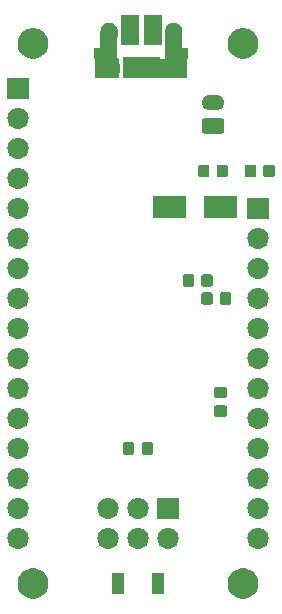
<source format=gts>
G04 #@! TF.GenerationSoftware,KiCad,Pcbnew,5.0.2+dfsg1-1*
G04 #@! TF.CreationDate,2019-04-15T18:08:30-07:00*
G04 #@! TF.ProjectId,feather51,66656174-6865-4723-9531-2e6b69636164,A*
G04 #@! TF.SameCoordinates,Original*
G04 #@! TF.FileFunction,Soldermask,Top*
G04 #@! TF.FilePolarity,Negative*
%FSLAX46Y46*%
G04 Gerber Fmt 4.6, Leading zero omitted, Abs format (unit mm)*
G04 Created by KiCad (PCBNEW 5.0.2+dfsg1-1) date Mon 15 Apr 2019 06:08:30 PM PDT*
%MOMM*%
%LPD*%
G01*
G04 APERTURE LIST*
%ADD10C,0.100000*%
G04 APERTURE END LIST*
D10*
G36*
X143889485Y-91458996D02*
X143889487Y-91458997D01*
X143889488Y-91458997D01*
X144126255Y-91557069D01*
X144339342Y-91699449D01*
X144520551Y-91880658D01*
X144662931Y-92093745D01*
X144761004Y-92330515D01*
X144811000Y-92581861D01*
X144811000Y-92838139D01*
X144761004Y-93089485D01*
X144662931Y-93326255D01*
X144520551Y-93539342D01*
X144339342Y-93720551D01*
X144339339Y-93720553D01*
X144126255Y-93862931D01*
X143889488Y-93961003D01*
X143889487Y-93961003D01*
X143889485Y-93961004D01*
X143638139Y-94011000D01*
X143381861Y-94011000D01*
X143130515Y-93961004D01*
X143130513Y-93961003D01*
X143130512Y-93961003D01*
X142893745Y-93862931D01*
X142680661Y-93720553D01*
X142680658Y-93720551D01*
X142499449Y-93539342D01*
X142357069Y-93326255D01*
X142258996Y-93089485D01*
X142209000Y-92838139D01*
X142209000Y-92581861D01*
X142258996Y-92330515D01*
X142357069Y-92093745D01*
X142499449Y-91880658D01*
X142680658Y-91699449D01*
X142893745Y-91557069D01*
X143130512Y-91458997D01*
X143130513Y-91458997D01*
X143130515Y-91458996D01*
X143381861Y-91409000D01*
X143638139Y-91409000D01*
X143889485Y-91458996D01*
X143889485Y-91458996D01*
G37*
G36*
X126109485Y-91458996D02*
X126109487Y-91458997D01*
X126109488Y-91458997D01*
X126346255Y-91557069D01*
X126559342Y-91699449D01*
X126740551Y-91880658D01*
X126882931Y-92093745D01*
X126981004Y-92330515D01*
X127031000Y-92581861D01*
X127031000Y-92838139D01*
X126981004Y-93089485D01*
X126882931Y-93326255D01*
X126740551Y-93539342D01*
X126559342Y-93720551D01*
X126559339Y-93720553D01*
X126346255Y-93862931D01*
X126109488Y-93961003D01*
X126109487Y-93961003D01*
X126109485Y-93961004D01*
X125858139Y-94011000D01*
X125601861Y-94011000D01*
X125350515Y-93961004D01*
X125350513Y-93961003D01*
X125350512Y-93961003D01*
X125113745Y-93862931D01*
X124900661Y-93720553D01*
X124900658Y-93720551D01*
X124719449Y-93539342D01*
X124577069Y-93326255D01*
X124478996Y-93089485D01*
X124429000Y-92838139D01*
X124429000Y-92581861D01*
X124478996Y-92330515D01*
X124577069Y-92093745D01*
X124719449Y-91880658D01*
X124900658Y-91699449D01*
X125113745Y-91557069D01*
X125350512Y-91458997D01*
X125350513Y-91458997D01*
X125350515Y-91458996D01*
X125601861Y-91409000D01*
X125858139Y-91409000D01*
X126109485Y-91458996D01*
X126109485Y-91458996D01*
G37*
G36*
X133421000Y-93611000D02*
X132419000Y-93611000D01*
X132419000Y-91809000D01*
X133421000Y-91809000D01*
X133421000Y-93611000D01*
X133421000Y-93611000D01*
G37*
G36*
X136821000Y-93611000D02*
X135819000Y-93611000D01*
X135819000Y-91809000D01*
X136821000Y-91809000D01*
X136821000Y-93611000D01*
X136821000Y-93611000D01*
G37*
G36*
X144890443Y-88005519D02*
X144956627Y-88012037D01*
X145069853Y-88046384D01*
X145126467Y-88063557D01*
X145265087Y-88137652D01*
X145282991Y-88147222D01*
X145318729Y-88176552D01*
X145420186Y-88259814D01*
X145503448Y-88361271D01*
X145532778Y-88397009D01*
X145532779Y-88397011D01*
X145616443Y-88553533D01*
X145616443Y-88553534D01*
X145667963Y-88723373D01*
X145685359Y-88900000D01*
X145667963Y-89076627D01*
X145633616Y-89189853D01*
X145616443Y-89246467D01*
X145542348Y-89385087D01*
X145532778Y-89402991D01*
X145503448Y-89438729D01*
X145420186Y-89540186D01*
X145318729Y-89623448D01*
X145282991Y-89652778D01*
X145282989Y-89652779D01*
X145126467Y-89736443D01*
X145069853Y-89753616D01*
X144956627Y-89787963D01*
X144890443Y-89794481D01*
X144824260Y-89801000D01*
X144735740Y-89801000D01*
X144669557Y-89794481D01*
X144603373Y-89787963D01*
X144490147Y-89753616D01*
X144433533Y-89736443D01*
X144277011Y-89652779D01*
X144277009Y-89652778D01*
X144241271Y-89623448D01*
X144139814Y-89540186D01*
X144056552Y-89438729D01*
X144027222Y-89402991D01*
X144017652Y-89385087D01*
X143943557Y-89246467D01*
X143926384Y-89189853D01*
X143892037Y-89076627D01*
X143874641Y-88900000D01*
X143892037Y-88723373D01*
X143943557Y-88553534D01*
X143943557Y-88553533D01*
X144027221Y-88397011D01*
X144027222Y-88397009D01*
X144056552Y-88361271D01*
X144139814Y-88259814D01*
X144241271Y-88176552D01*
X144277009Y-88147222D01*
X144294913Y-88137652D01*
X144433533Y-88063557D01*
X144490147Y-88046384D01*
X144603373Y-88012037D01*
X144669557Y-88005519D01*
X144735740Y-87999000D01*
X144824260Y-87999000D01*
X144890443Y-88005519D01*
X144890443Y-88005519D01*
G37*
G36*
X137270443Y-88005519D02*
X137336627Y-88012037D01*
X137449853Y-88046384D01*
X137506467Y-88063557D01*
X137645087Y-88137652D01*
X137662991Y-88147222D01*
X137698729Y-88176552D01*
X137800186Y-88259814D01*
X137883448Y-88361271D01*
X137912778Y-88397009D01*
X137912779Y-88397011D01*
X137996443Y-88553533D01*
X137996443Y-88553534D01*
X138047963Y-88723373D01*
X138065359Y-88900000D01*
X138047963Y-89076627D01*
X138013616Y-89189853D01*
X137996443Y-89246467D01*
X137922348Y-89385087D01*
X137912778Y-89402991D01*
X137883448Y-89438729D01*
X137800186Y-89540186D01*
X137698729Y-89623448D01*
X137662991Y-89652778D01*
X137662989Y-89652779D01*
X137506467Y-89736443D01*
X137449853Y-89753616D01*
X137336627Y-89787963D01*
X137270443Y-89794481D01*
X137204260Y-89801000D01*
X137115740Y-89801000D01*
X137049557Y-89794481D01*
X136983373Y-89787963D01*
X136870147Y-89753616D01*
X136813533Y-89736443D01*
X136657011Y-89652779D01*
X136657009Y-89652778D01*
X136621271Y-89623448D01*
X136519814Y-89540186D01*
X136436552Y-89438729D01*
X136407222Y-89402991D01*
X136397652Y-89385087D01*
X136323557Y-89246467D01*
X136306384Y-89189853D01*
X136272037Y-89076627D01*
X136254641Y-88900000D01*
X136272037Y-88723373D01*
X136323557Y-88553534D01*
X136323557Y-88553533D01*
X136407221Y-88397011D01*
X136407222Y-88397009D01*
X136436552Y-88361271D01*
X136519814Y-88259814D01*
X136621271Y-88176552D01*
X136657009Y-88147222D01*
X136674913Y-88137652D01*
X136813533Y-88063557D01*
X136870147Y-88046384D01*
X136983373Y-88012037D01*
X137049557Y-88005519D01*
X137115740Y-87999000D01*
X137204260Y-87999000D01*
X137270443Y-88005519D01*
X137270443Y-88005519D01*
G37*
G36*
X124570443Y-88005519D02*
X124636627Y-88012037D01*
X124749853Y-88046384D01*
X124806467Y-88063557D01*
X124945087Y-88137652D01*
X124962991Y-88147222D01*
X124998729Y-88176552D01*
X125100186Y-88259814D01*
X125183448Y-88361271D01*
X125212778Y-88397009D01*
X125212779Y-88397011D01*
X125296443Y-88553533D01*
X125296443Y-88553534D01*
X125347963Y-88723373D01*
X125365359Y-88900000D01*
X125347963Y-89076627D01*
X125313616Y-89189853D01*
X125296443Y-89246467D01*
X125222348Y-89385087D01*
X125212778Y-89402991D01*
X125183448Y-89438729D01*
X125100186Y-89540186D01*
X124998729Y-89623448D01*
X124962991Y-89652778D01*
X124962989Y-89652779D01*
X124806467Y-89736443D01*
X124749853Y-89753616D01*
X124636627Y-89787963D01*
X124570443Y-89794481D01*
X124504260Y-89801000D01*
X124415740Y-89801000D01*
X124349557Y-89794481D01*
X124283373Y-89787963D01*
X124170147Y-89753616D01*
X124113533Y-89736443D01*
X123957011Y-89652779D01*
X123957009Y-89652778D01*
X123921271Y-89623448D01*
X123819814Y-89540186D01*
X123736552Y-89438729D01*
X123707222Y-89402991D01*
X123697652Y-89385087D01*
X123623557Y-89246467D01*
X123606384Y-89189853D01*
X123572037Y-89076627D01*
X123554641Y-88900000D01*
X123572037Y-88723373D01*
X123623557Y-88553534D01*
X123623557Y-88553533D01*
X123707221Y-88397011D01*
X123707222Y-88397009D01*
X123736552Y-88361271D01*
X123819814Y-88259814D01*
X123921271Y-88176552D01*
X123957009Y-88147222D01*
X123974913Y-88137652D01*
X124113533Y-88063557D01*
X124170147Y-88046384D01*
X124283373Y-88012037D01*
X124349557Y-88005519D01*
X124415740Y-87999000D01*
X124504260Y-87999000D01*
X124570443Y-88005519D01*
X124570443Y-88005519D01*
G37*
G36*
X132190443Y-88005519D02*
X132256627Y-88012037D01*
X132369853Y-88046384D01*
X132426467Y-88063557D01*
X132565087Y-88137652D01*
X132582991Y-88147222D01*
X132618729Y-88176552D01*
X132720186Y-88259814D01*
X132803448Y-88361271D01*
X132832778Y-88397009D01*
X132832779Y-88397011D01*
X132916443Y-88553533D01*
X132916443Y-88553534D01*
X132967963Y-88723373D01*
X132985359Y-88900000D01*
X132967963Y-89076627D01*
X132933616Y-89189853D01*
X132916443Y-89246467D01*
X132842348Y-89385087D01*
X132832778Y-89402991D01*
X132803448Y-89438729D01*
X132720186Y-89540186D01*
X132618729Y-89623448D01*
X132582991Y-89652778D01*
X132582989Y-89652779D01*
X132426467Y-89736443D01*
X132369853Y-89753616D01*
X132256627Y-89787963D01*
X132190443Y-89794481D01*
X132124260Y-89801000D01*
X132035740Y-89801000D01*
X131969557Y-89794481D01*
X131903373Y-89787963D01*
X131790147Y-89753616D01*
X131733533Y-89736443D01*
X131577011Y-89652779D01*
X131577009Y-89652778D01*
X131541271Y-89623448D01*
X131439814Y-89540186D01*
X131356552Y-89438729D01*
X131327222Y-89402991D01*
X131317652Y-89385087D01*
X131243557Y-89246467D01*
X131226384Y-89189853D01*
X131192037Y-89076627D01*
X131174641Y-88900000D01*
X131192037Y-88723373D01*
X131243557Y-88553534D01*
X131243557Y-88553533D01*
X131327221Y-88397011D01*
X131327222Y-88397009D01*
X131356552Y-88361271D01*
X131439814Y-88259814D01*
X131541271Y-88176552D01*
X131577009Y-88147222D01*
X131594913Y-88137652D01*
X131733533Y-88063557D01*
X131790147Y-88046384D01*
X131903373Y-88012037D01*
X131969557Y-88005519D01*
X132035740Y-87999000D01*
X132124260Y-87999000D01*
X132190443Y-88005519D01*
X132190443Y-88005519D01*
G37*
G36*
X134730443Y-88005519D02*
X134796627Y-88012037D01*
X134909853Y-88046384D01*
X134966467Y-88063557D01*
X135105087Y-88137652D01*
X135122991Y-88147222D01*
X135158729Y-88176552D01*
X135260186Y-88259814D01*
X135343448Y-88361271D01*
X135372778Y-88397009D01*
X135372779Y-88397011D01*
X135456443Y-88553533D01*
X135456443Y-88553534D01*
X135507963Y-88723373D01*
X135525359Y-88900000D01*
X135507963Y-89076627D01*
X135473616Y-89189853D01*
X135456443Y-89246467D01*
X135382348Y-89385087D01*
X135372778Y-89402991D01*
X135343448Y-89438729D01*
X135260186Y-89540186D01*
X135158729Y-89623448D01*
X135122991Y-89652778D01*
X135122989Y-89652779D01*
X134966467Y-89736443D01*
X134909853Y-89753616D01*
X134796627Y-89787963D01*
X134730443Y-89794481D01*
X134664260Y-89801000D01*
X134575740Y-89801000D01*
X134509557Y-89794481D01*
X134443373Y-89787963D01*
X134330147Y-89753616D01*
X134273533Y-89736443D01*
X134117011Y-89652779D01*
X134117009Y-89652778D01*
X134081271Y-89623448D01*
X133979814Y-89540186D01*
X133896552Y-89438729D01*
X133867222Y-89402991D01*
X133857652Y-89385087D01*
X133783557Y-89246467D01*
X133766384Y-89189853D01*
X133732037Y-89076627D01*
X133714641Y-88900000D01*
X133732037Y-88723373D01*
X133783557Y-88553534D01*
X133783557Y-88553533D01*
X133867221Y-88397011D01*
X133867222Y-88397009D01*
X133896552Y-88361271D01*
X133979814Y-88259814D01*
X134081271Y-88176552D01*
X134117009Y-88147222D01*
X134134913Y-88137652D01*
X134273533Y-88063557D01*
X134330147Y-88046384D01*
X134443373Y-88012037D01*
X134509557Y-88005519D01*
X134575740Y-87999000D01*
X134664260Y-87999000D01*
X134730443Y-88005519D01*
X134730443Y-88005519D01*
G37*
G36*
X144890442Y-85465518D02*
X144956627Y-85472037D01*
X145069853Y-85506384D01*
X145126467Y-85523557D01*
X145265087Y-85597652D01*
X145282991Y-85607222D01*
X145318729Y-85636552D01*
X145420186Y-85719814D01*
X145503448Y-85821271D01*
X145532778Y-85857009D01*
X145532779Y-85857011D01*
X145616443Y-86013533D01*
X145616443Y-86013534D01*
X145667963Y-86183373D01*
X145685359Y-86360000D01*
X145667963Y-86536627D01*
X145633616Y-86649853D01*
X145616443Y-86706467D01*
X145542348Y-86845087D01*
X145532778Y-86862991D01*
X145503448Y-86898729D01*
X145420186Y-87000186D01*
X145318729Y-87083448D01*
X145282991Y-87112778D01*
X145282989Y-87112779D01*
X145126467Y-87196443D01*
X145069853Y-87213616D01*
X144956627Y-87247963D01*
X144890442Y-87254482D01*
X144824260Y-87261000D01*
X144735740Y-87261000D01*
X144669558Y-87254482D01*
X144603373Y-87247963D01*
X144490147Y-87213616D01*
X144433533Y-87196443D01*
X144277011Y-87112779D01*
X144277009Y-87112778D01*
X144241271Y-87083448D01*
X144139814Y-87000186D01*
X144056552Y-86898729D01*
X144027222Y-86862991D01*
X144017652Y-86845087D01*
X143943557Y-86706467D01*
X143926384Y-86649853D01*
X143892037Y-86536627D01*
X143874641Y-86360000D01*
X143892037Y-86183373D01*
X143943557Y-86013534D01*
X143943557Y-86013533D01*
X144027221Y-85857011D01*
X144027222Y-85857009D01*
X144056552Y-85821271D01*
X144139814Y-85719814D01*
X144241271Y-85636552D01*
X144277009Y-85607222D01*
X144294913Y-85597652D01*
X144433533Y-85523557D01*
X144490147Y-85506384D01*
X144603373Y-85472037D01*
X144669558Y-85465518D01*
X144735740Y-85459000D01*
X144824260Y-85459000D01*
X144890442Y-85465518D01*
X144890442Y-85465518D01*
G37*
G36*
X134730442Y-85465518D02*
X134796627Y-85472037D01*
X134909853Y-85506384D01*
X134966467Y-85523557D01*
X135105087Y-85597652D01*
X135122991Y-85607222D01*
X135158729Y-85636552D01*
X135260186Y-85719814D01*
X135343448Y-85821271D01*
X135372778Y-85857009D01*
X135372779Y-85857011D01*
X135456443Y-86013533D01*
X135456443Y-86013534D01*
X135507963Y-86183373D01*
X135525359Y-86360000D01*
X135507963Y-86536627D01*
X135473616Y-86649853D01*
X135456443Y-86706467D01*
X135382348Y-86845087D01*
X135372778Y-86862991D01*
X135343448Y-86898729D01*
X135260186Y-87000186D01*
X135158729Y-87083448D01*
X135122991Y-87112778D01*
X135122989Y-87112779D01*
X134966467Y-87196443D01*
X134909853Y-87213616D01*
X134796627Y-87247963D01*
X134730442Y-87254482D01*
X134664260Y-87261000D01*
X134575740Y-87261000D01*
X134509558Y-87254482D01*
X134443373Y-87247963D01*
X134330147Y-87213616D01*
X134273533Y-87196443D01*
X134117011Y-87112779D01*
X134117009Y-87112778D01*
X134081271Y-87083448D01*
X133979814Y-87000186D01*
X133896552Y-86898729D01*
X133867222Y-86862991D01*
X133857652Y-86845087D01*
X133783557Y-86706467D01*
X133766384Y-86649853D01*
X133732037Y-86536627D01*
X133714641Y-86360000D01*
X133732037Y-86183373D01*
X133783557Y-86013534D01*
X133783557Y-86013533D01*
X133867221Y-85857011D01*
X133867222Y-85857009D01*
X133896552Y-85821271D01*
X133979814Y-85719814D01*
X134081271Y-85636552D01*
X134117009Y-85607222D01*
X134134913Y-85597652D01*
X134273533Y-85523557D01*
X134330147Y-85506384D01*
X134443373Y-85472037D01*
X134509558Y-85465518D01*
X134575740Y-85459000D01*
X134664260Y-85459000D01*
X134730442Y-85465518D01*
X134730442Y-85465518D01*
G37*
G36*
X138061000Y-87261000D02*
X136259000Y-87261000D01*
X136259000Y-85459000D01*
X138061000Y-85459000D01*
X138061000Y-87261000D01*
X138061000Y-87261000D01*
G37*
G36*
X132190442Y-85465518D02*
X132256627Y-85472037D01*
X132369853Y-85506384D01*
X132426467Y-85523557D01*
X132565087Y-85597652D01*
X132582991Y-85607222D01*
X132618729Y-85636552D01*
X132720186Y-85719814D01*
X132803448Y-85821271D01*
X132832778Y-85857009D01*
X132832779Y-85857011D01*
X132916443Y-86013533D01*
X132916443Y-86013534D01*
X132967963Y-86183373D01*
X132985359Y-86360000D01*
X132967963Y-86536627D01*
X132933616Y-86649853D01*
X132916443Y-86706467D01*
X132842348Y-86845087D01*
X132832778Y-86862991D01*
X132803448Y-86898729D01*
X132720186Y-87000186D01*
X132618729Y-87083448D01*
X132582991Y-87112778D01*
X132582989Y-87112779D01*
X132426467Y-87196443D01*
X132369853Y-87213616D01*
X132256627Y-87247963D01*
X132190442Y-87254482D01*
X132124260Y-87261000D01*
X132035740Y-87261000D01*
X131969558Y-87254482D01*
X131903373Y-87247963D01*
X131790147Y-87213616D01*
X131733533Y-87196443D01*
X131577011Y-87112779D01*
X131577009Y-87112778D01*
X131541271Y-87083448D01*
X131439814Y-87000186D01*
X131356552Y-86898729D01*
X131327222Y-86862991D01*
X131317652Y-86845087D01*
X131243557Y-86706467D01*
X131226384Y-86649853D01*
X131192037Y-86536627D01*
X131174641Y-86360000D01*
X131192037Y-86183373D01*
X131243557Y-86013534D01*
X131243557Y-86013533D01*
X131327221Y-85857011D01*
X131327222Y-85857009D01*
X131356552Y-85821271D01*
X131439814Y-85719814D01*
X131541271Y-85636552D01*
X131577009Y-85607222D01*
X131594913Y-85597652D01*
X131733533Y-85523557D01*
X131790147Y-85506384D01*
X131903373Y-85472037D01*
X131969558Y-85465518D01*
X132035740Y-85459000D01*
X132124260Y-85459000D01*
X132190442Y-85465518D01*
X132190442Y-85465518D01*
G37*
G36*
X124570442Y-85465518D02*
X124636627Y-85472037D01*
X124749853Y-85506384D01*
X124806467Y-85523557D01*
X124945087Y-85597652D01*
X124962991Y-85607222D01*
X124998729Y-85636552D01*
X125100186Y-85719814D01*
X125183448Y-85821271D01*
X125212778Y-85857009D01*
X125212779Y-85857011D01*
X125296443Y-86013533D01*
X125296443Y-86013534D01*
X125347963Y-86183373D01*
X125365359Y-86360000D01*
X125347963Y-86536627D01*
X125313616Y-86649853D01*
X125296443Y-86706467D01*
X125222348Y-86845087D01*
X125212778Y-86862991D01*
X125183448Y-86898729D01*
X125100186Y-87000186D01*
X124998729Y-87083448D01*
X124962991Y-87112778D01*
X124962989Y-87112779D01*
X124806467Y-87196443D01*
X124749853Y-87213616D01*
X124636627Y-87247963D01*
X124570442Y-87254482D01*
X124504260Y-87261000D01*
X124415740Y-87261000D01*
X124349558Y-87254482D01*
X124283373Y-87247963D01*
X124170147Y-87213616D01*
X124113533Y-87196443D01*
X123957011Y-87112779D01*
X123957009Y-87112778D01*
X123921271Y-87083448D01*
X123819814Y-87000186D01*
X123736552Y-86898729D01*
X123707222Y-86862991D01*
X123697652Y-86845087D01*
X123623557Y-86706467D01*
X123606384Y-86649853D01*
X123572037Y-86536627D01*
X123554641Y-86360000D01*
X123572037Y-86183373D01*
X123623557Y-86013534D01*
X123623557Y-86013533D01*
X123707221Y-85857011D01*
X123707222Y-85857009D01*
X123736552Y-85821271D01*
X123819814Y-85719814D01*
X123921271Y-85636552D01*
X123957009Y-85607222D01*
X123974913Y-85597652D01*
X124113533Y-85523557D01*
X124170147Y-85506384D01*
X124283373Y-85472037D01*
X124349558Y-85465518D01*
X124415740Y-85459000D01*
X124504260Y-85459000D01*
X124570442Y-85465518D01*
X124570442Y-85465518D01*
G37*
G36*
X124570443Y-82925519D02*
X124636627Y-82932037D01*
X124749853Y-82966384D01*
X124806467Y-82983557D01*
X124945087Y-83057652D01*
X124962991Y-83067222D01*
X124998729Y-83096552D01*
X125100186Y-83179814D01*
X125183448Y-83281271D01*
X125212778Y-83317009D01*
X125212779Y-83317011D01*
X125296443Y-83473533D01*
X125296443Y-83473534D01*
X125347963Y-83643373D01*
X125365359Y-83820000D01*
X125347963Y-83996627D01*
X125313616Y-84109853D01*
X125296443Y-84166467D01*
X125222348Y-84305087D01*
X125212778Y-84322991D01*
X125183448Y-84358729D01*
X125100186Y-84460186D01*
X124998729Y-84543448D01*
X124962991Y-84572778D01*
X124962989Y-84572779D01*
X124806467Y-84656443D01*
X124749853Y-84673616D01*
X124636627Y-84707963D01*
X124570443Y-84714481D01*
X124504260Y-84721000D01*
X124415740Y-84721000D01*
X124349557Y-84714481D01*
X124283373Y-84707963D01*
X124170147Y-84673616D01*
X124113533Y-84656443D01*
X123957011Y-84572779D01*
X123957009Y-84572778D01*
X123921271Y-84543448D01*
X123819814Y-84460186D01*
X123736552Y-84358729D01*
X123707222Y-84322991D01*
X123697652Y-84305087D01*
X123623557Y-84166467D01*
X123606384Y-84109853D01*
X123572037Y-83996627D01*
X123554641Y-83820000D01*
X123572037Y-83643373D01*
X123623557Y-83473534D01*
X123623557Y-83473533D01*
X123707221Y-83317011D01*
X123707222Y-83317009D01*
X123736552Y-83281271D01*
X123819814Y-83179814D01*
X123921271Y-83096552D01*
X123957009Y-83067222D01*
X123974913Y-83057652D01*
X124113533Y-82983557D01*
X124170147Y-82966384D01*
X124283373Y-82932037D01*
X124349557Y-82925519D01*
X124415740Y-82919000D01*
X124504260Y-82919000D01*
X124570443Y-82925519D01*
X124570443Y-82925519D01*
G37*
G36*
X144890443Y-82925519D02*
X144956627Y-82932037D01*
X145069853Y-82966384D01*
X145126467Y-82983557D01*
X145265087Y-83057652D01*
X145282991Y-83067222D01*
X145318729Y-83096552D01*
X145420186Y-83179814D01*
X145503448Y-83281271D01*
X145532778Y-83317009D01*
X145532779Y-83317011D01*
X145616443Y-83473533D01*
X145616443Y-83473534D01*
X145667963Y-83643373D01*
X145685359Y-83820000D01*
X145667963Y-83996627D01*
X145633616Y-84109853D01*
X145616443Y-84166467D01*
X145542348Y-84305087D01*
X145532778Y-84322991D01*
X145503448Y-84358729D01*
X145420186Y-84460186D01*
X145318729Y-84543448D01*
X145282991Y-84572778D01*
X145282989Y-84572779D01*
X145126467Y-84656443D01*
X145069853Y-84673616D01*
X144956627Y-84707963D01*
X144890443Y-84714481D01*
X144824260Y-84721000D01*
X144735740Y-84721000D01*
X144669557Y-84714481D01*
X144603373Y-84707963D01*
X144490147Y-84673616D01*
X144433533Y-84656443D01*
X144277011Y-84572779D01*
X144277009Y-84572778D01*
X144241271Y-84543448D01*
X144139814Y-84460186D01*
X144056552Y-84358729D01*
X144027222Y-84322991D01*
X144017652Y-84305087D01*
X143943557Y-84166467D01*
X143926384Y-84109853D01*
X143892037Y-83996627D01*
X143874641Y-83820000D01*
X143892037Y-83643373D01*
X143943557Y-83473534D01*
X143943557Y-83473533D01*
X144027221Y-83317011D01*
X144027222Y-83317009D01*
X144056552Y-83281271D01*
X144139814Y-83179814D01*
X144241271Y-83096552D01*
X144277009Y-83067222D01*
X144294913Y-83057652D01*
X144433533Y-82983557D01*
X144490147Y-82966384D01*
X144603373Y-82932037D01*
X144669557Y-82925519D01*
X144735740Y-82919000D01*
X144824260Y-82919000D01*
X144890443Y-82925519D01*
X144890443Y-82925519D01*
G37*
G36*
X144890442Y-80385518D02*
X144956627Y-80392037D01*
X145069853Y-80426384D01*
X145126467Y-80443557D01*
X145265087Y-80517652D01*
X145282991Y-80527222D01*
X145318729Y-80556552D01*
X145420186Y-80639814D01*
X145503448Y-80741271D01*
X145532778Y-80777009D01*
X145532779Y-80777011D01*
X145616443Y-80933533D01*
X145616443Y-80933534D01*
X145667963Y-81103373D01*
X145685359Y-81280000D01*
X145667963Y-81456627D01*
X145636074Y-81561750D01*
X145616443Y-81626467D01*
X145558718Y-81734461D01*
X145532778Y-81782991D01*
X145517746Y-81801307D01*
X145420186Y-81920186D01*
X145318729Y-82003448D01*
X145282991Y-82032778D01*
X145282989Y-82032779D01*
X145126467Y-82116443D01*
X145069853Y-82133616D01*
X144956627Y-82167963D01*
X144890443Y-82174481D01*
X144824260Y-82181000D01*
X144735740Y-82181000D01*
X144669557Y-82174481D01*
X144603373Y-82167963D01*
X144490147Y-82133616D01*
X144433533Y-82116443D01*
X144277011Y-82032779D01*
X144277009Y-82032778D01*
X144241271Y-82003448D01*
X144139814Y-81920186D01*
X144042254Y-81801307D01*
X144027222Y-81782991D01*
X144001282Y-81734461D01*
X143943557Y-81626467D01*
X143923926Y-81561750D01*
X143892037Y-81456627D01*
X143874641Y-81280000D01*
X143892037Y-81103373D01*
X143943557Y-80933534D01*
X143943557Y-80933533D01*
X144027221Y-80777011D01*
X144027222Y-80777009D01*
X144056552Y-80741271D01*
X144139814Y-80639814D01*
X144241271Y-80556552D01*
X144277009Y-80527222D01*
X144294913Y-80517652D01*
X144433533Y-80443557D01*
X144490147Y-80426384D01*
X144603373Y-80392037D01*
X144669558Y-80385518D01*
X144735740Y-80379000D01*
X144824260Y-80379000D01*
X144890442Y-80385518D01*
X144890442Y-80385518D01*
G37*
G36*
X124570442Y-80385518D02*
X124636627Y-80392037D01*
X124749853Y-80426384D01*
X124806467Y-80443557D01*
X124945087Y-80517652D01*
X124962991Y-80527222D01*
X124998729Y-80556552D01*
X125100186Y-80639814D01*
X125183448Y-80741271D01*
X125212778Y-80777009D01*
X125212779Y-80777011D01*
X125296443Y-80933533D01*
X125296443Y-80933534D01*
X125347963Y-81103373D01*
X125365359Y-81280000D01*
X125347963Y-81456627D01*
X125316074Y-81561750D01*
X125296443Y-81626467D01*
X125238718Y-81734461D01*
X125212778Y-81782991D01*
X125197746Y-81801307D01*
X125100186Y-81920186D01*
X124998729Y-82003448D01*
X124962991Y-82032778D01*
X124962989Y-82032779D01*
X124806467Y-82116443D01*
X124749853Y-82133616D01*
X124636627Y-82167963D01*
X124570443Y-82174481D01*
X124504260Y-82181000D01*
X124415740Y-82181000D01*
X124349557Y-82174481D01*
X124283373Y-82167963D01*
X124170147Y-82133616D01*
X124113533Y-82116443D01*
X123957011Y-82032779D01*
X123957009Y-82032778D01*
X123921271Y-82003448D01*
X123819814Y-81920186D01*
X123722254Y-81801307D01*
X123707222Y-81782991D01*
X123681282Y-81734461D01*
X123623557Y-81626467D01*
X123603926Y-81561750D01*
X123572037Y-81456627D01*
X123554641Y-81280000D01*
X123572037Y-81103373D01*
X123623557Y-80933534D01*
X123623557Y-80933533D01*
X123707221Y-80777011D01*
X123707222Y-80777009D01*
X123736552Y-80741271D01*
X123819814Y-80639814D01*
X123921271Y-80556552D01*
X123957009Y-80527222D01*
X123974913Y-80517652D01*
X124113533Y-80443557D01*
X124170147Y-80426384D01*
X124283373Y-80392037D01*
X124349558Y-80385518D01*
X124415740Y-80379000D01*
X124504260Y-80379000D01*
X124570442Y-80385518D01*
X124570442Y-80385518D01*
G37*
G36*
X135749591Y-80758085D02*
X135783569Y-80768393D01*
X135814887Y-80785133D01*
X135842339Y-80807661D01*
X135864867Y-80835113D01*
X135881607Y-80866431D01*
X135891915Y-80900409D01*
X135896000Y-80941890D01*
X135896000Y-81618110D01*
X135891915Y-81659591D01*
X135881607Y-81693569D01*
X135864867Y-81724887D01*
X135842339Y-81752339D01*
X135814887Y-81774867D01*
X135783569Y-81791607D01*
X135749591Y-81801915D01*
X135708110Y-81806000D01*
X135106890Y-81806000D01*
X135065409Y-81801915D01*
X135031431Y-81791607D01*
X135000113Y-81774867D01*
X134972661Y-81752339D01*
X134950133Y-81724887D01*
X134933393Y-81693569D01*
X134923085Y-81659591D01*
X134919000Y-81618110D01*
X134919000Y-80941890D01*
X134923085Y-80900409D01*
X134933393Y-80866431D01*
X134950133Y-80835113D01*
X134972661Y-80807661D01*
X135000113Y-80785133D01*
X135031431Y-80768393D01*
X135065409Y-80758085D01*
X135106890Y-80754000D01*
X135708110Y-80754000D01*
X135749591Y-80758085D01*
X135749591Y-80758085D01*
G37*
G36*
X134174591Y-80758085D02*
X134208569Y-80768393D01*
X134239887Y-80785133D01*
X134267339Y-80807661D01*
X134289867Y-80835113D01*
X134306607Y-80866431D01*
X134316915Y-80900409D01*
X134321000Y-80941890D01*
X134321000Y-81618110D01*
X134316915Y-81659591D01*
X134306607Y-81693569D01*
X134289867Y-81724887D01*
X134267339Y-81752339D01*
X134239887Y-81774867D01*
X134208569Y-81791607D01*
X134174591Y-81801915D01*
X134133110Y-81806000D01*
X133531890Y-81806000D01*
X133490409Y-81801915D01*
X133456431Y-81791607D01*
X133425113Y-81774867D01*
X133397661Y-81752339D01*
X133375133Y-81724887D01*
X133358393Y-81693569D01*
X133348085Y-81659591D01*
X133344000Y-81618110D01*
X133344000Y-80941890D01*
X133348085Y-80900409D01*
X133358393Y-80866431D01*
X133375133Y-80835113D01*
X133397661Y-80807661D01*
X133425113Y-80785133D01*
X133456431Y-80768393D01*
X133490409Y-80758085D01*
X133531890Y-80754000D01*
X134133110Y-80754000D01*
X134174591Y-80758085D01*
X134174591Y-80758085D01*
G37*
G36*
X144890443Y-77845519D02*
X144956627Y-77852037D01*
X145069853Y-77886384D01*
X145126467Y-77903557D01*
X145265087Y-77977652D01*
X145282991Y-77987222D01*
X145318729Y-78016552D01*
X145420186Y-78099814D01*
X145503448Y-78201271D01*
X145532778Y-78237009D01*
X145532779Y-78237011D01*
X145616443Y-78393533D01*
X145620106Y-78405610D01*
X145667963Y-78563373D01*
X145685359Y-78740000D01*
X145667963Y-78916627D01*
X145633616Y-79029853D01*
X145616443Y-79086467D01*
X145542348Y-79225087D01*
X145532778Y-79242991D01*
X145503448Y-79278729D01*
X145420186Y-79380186D01*
X145318729Y-79463448D01*
X145282991Y-79492778D01*
X145282989Y-79492779D01*
X145126467Y-79576443D01*
X145069853Y-79593616D01*
X144956627Y-79627963D01*
X144890442Y-79634482D01*
X144824260Y-79641000D01*
X144735740Y-79641000D01*
X144669558Y-79634482D01*
X144603373Y-79627963D01*
X144490147Y-79593616D01*
X144433533Y-79576443D01*
X144277011Y-79492779D01*
X144277009Y-79492778D01*
X144241271Y-79463448D01*
X144139814Y-79380186D01*
X144056552Y-79278729D01*
X144027222Y-79242991D01*
X144017652Y-79225087D01*
X143943557Y-79086467D01*
X143926384Y-79029853D01*
X143892037Y-78916627D01*
X143874641Y-78740000D01*
X143892037Y-78563373D01*
X143939894Y-78405610D01*
X143943557Y-78393533D01*
X144027221Y-78237011D01*
X144027222Y-78237009D01*
X144056552Y-78201271D01*
X144139814Y-78099814D01*
X144241271Y-78016552D01*
X144277009Y-77987222D01*
X144294913Y-77977652D01*
X144433533Y-77903557D01*
X144490147Y-77886384D01*
X144603373Y-77852037D01*
X144669557Y-77845519D01*
X144735740Y-77839000D01*
X144824260Y-77839000D01*
X144890443Y-77845519D01*
X144890443Y-77845519D01*
G37*
G36*
X124570443Y-77845519D02*
X124636627Y-77852037D01*
X124749853Y-77886384D01*
X124806467Y-77903557D01*
X124945087Y-77977652D01*
X124962991Y-77987222D01*
X124998729Y-78016552D01*
X125100186Y-78099814D01*
X125183448Y-78201271D01*
X125212778Y-78237009D01*
X125212779Y-78237011D01*
X125296443Y-78393533D01*
X125300106Y-78405610D01*
X125347963Y-78563373D01*
X125365359Y-78740000D01*
X125347963Y-78916627D01*
X125313616Y-79029853D01*
X125296443Y-79086467D01*
X125222348Y-79225087D01*
X125212778Y-79242991D01*
X125183448Y-79278729D01*
X125100186Y-79380186D01*
X124998729Y-79463448D01*
X124962991Y-79492778D01*
X124962989Y-79492779D01*
X124806467Y-79576443D01*
X124749853Y-79593616D01*
X124636627Y-79627963D01*
X124570442Y-79634482D01*
X124504260Y-79641000D01*
X124415740Y-79641000D01*
X124349558Y-79634482D01*
X124283373Y-79627963D01*
X124170147Y-79593616D01*
X124113533Y-79576443D01*
X123957011Y-79492779D01*
X123957009Y-79492778D01*
X123921271Y-79463448D01*
X123819814Y-79380186D01*
X123736552Y-79278729D01*
X123707222Y-79242991D01*
X123697652Y-79225087D01*
X123623557Y-79086467D01*
X123606384Y-79029853D01*
X123572037Y-78916627D01*
X123554641Y-78740000D01*
X123572037Y-78563373D01*
X123619894Y-78405610D01*
X123623557Y-78393533D01*
X123707221Y-78237011D01*
X123707222Y-78237009D01*
X123736552Y-78201271D01*
X123819814Y-78099814D01*
X123921271Y-78016552D01*
X123957009Y-77987222D01*
X123974913Y-77977652D01*
X124113533Y-77903557D01*
X124170147Y-77886384D01*
X124283373Y-77852037D01*
X124349557Y-77845519D01*
X124415740Y-77839000D01*
X124504260Y-77839000D01*
X124570443Y-77845519D01*
X124570443Y-77845519D01*
G37*
G36*
X141984591Y-77620585D02*
X142018569Y-77630893D01*
X142049887Y-77647633D01*
X142077339Y-77670161D01*
X142099867Y-77697613D01*
X142116607Y-77728931D01*
X142126915Y-77762909D01*
X142131000Y-77804390D01*
X142131000Y-78405610D01*
X142126915Y-78447091D01*
X142116607Y-78481069D01*
X142099867Y-78512387D01*
X142077339Y-78539839D01*
X142049887Y-78562367D01*
X142018569Y-78579107D01*
X141984591Y-78589415D01*
X141943110Y-78593500D01*
X141266890Y-78593500D01*
X141225409Y-78589415D01*
X141191431Y-78579107D01*
X141160113Y-78562367D01*
X141132661Y-78539839D01*
X141110133Y-78512387D01*
X141093393Y-78481069D01*
X141083085Y-78447091D01*
X141079000Y-78405610D01*
X141079000Y-77804390D01*
X141083085Y-77762909D01*
X141093393Y-77728931D01*
X141110133Y-77697613D01*
X141132661Y-77670161D01*
X141160113Y-77647633D01*
X141191431Y-77630893D01*
X141225409Y-77620585D01*
X141266890Y-77616500D01*
X141943110Y-77616500D01*
X141984591Y-77620585D01*
X141984591Y-77620585D01*
G37*
G36*
X124570442Y-75305518D02*
X124636627Y-75312037D01*
X124749853Y-75346384D01*
X124806467Y-75363557D01*
X124945087Y-75437652D01*
X124962991Y-75447222D01*
X124998729Y-75476552D01*
X125100186Y-75559814D01*
X125183448Y-75661271D01*
X125212778Y-75697009D01*
X125212779Y-75697011D01*
X125296443Y-75853533D01*
X125296443Y-75853534D01*
X125347963Y-76023373D01*
X125365359Y-76200000D01*
X125347963Y-76376627D01*
X125313616Y-76489853D01*
X125296443Y-76546467D01*
X125222348Y-76685087D01*
X125212778Y-76702991D01*
X125183448Y-76738729D01*
X125100186Y-76840186D01*
X125019906Y-76906069D01*
X124962991Y-76952778D01*
X124962989Y-76952779D01*
X124806467Y-77036443D01*
X124749853Y-77053616D01*
X124636627Y-77087963D01*
X124570442Y-77094482D01*
X124504260Y-77101000D01*
X124415740Y-77101000D01*
X124349558Y-77094482D01*
X124283373Y-77087963D01*
X124170147Y-77053616D01*
X124113533Y-77036443D01*
X123957011Y-76952779D01*
X123957009Y-76952778D01*
X123900094Y-76906069D01*
X123819814Y-76840186D01*
X123736552Y-76738729D01*
X123707222Y-76702991D01*
X123697652Y-76685087D01*
X123623557Y-76546467D01*
X123606384Y-76489853D01*
X123572037Y-76376627D01*
X123554641Y-76200000D01*
X123572037Y-76023373D01*
X123623557Y-75853534D01*
X123623557Y-75853533D01*
X123707221Y-75697011D01*
X123707222Y-75697009D01*
X123736552Y-75661271D01*
X123819814Y-75559814D01*
X123921271Y-75476552D01*
X123957009Y-75447222D01*
X123974913Y-75437652D01*
X124113533Y-75363557D01*
X124170147Y-75346384D01*
X124283373Y-75312037D01*
X124349558Y-75305518D01*
X124415740Y-75299000D01*
X124504260Y-75299000D01*
X124570442Y-75305518D01*
X124570442Y-75305518D01*
G37*
G36*
X144890442Y-75305518D02*
X144956627Y-75312037D01*
X145069853Y-75346384D01*
X145126467Y-75363557D01*
X145265087Y-75437652D01*
X145282991Y-75447222D01*
X145318729Y-75476552D01*
X145420186Y-75559814D01*
X145503448Y-75661271D01*
X145532778Y-75697009D01*
X145532779Y-75697011D01*
X145616443Y-75853533D01*
X145616443Y-75853534D01*
X145667963Y-76023373D01*
X145685359Y-76200000D01*
X145667963Y-76376627D01*
X145633616Y-76489853D01*
X145616443Y-76546467D01*
X145542348Y-76685087D01*
X145532778Y-76702991D01*
X145503448Y-76738729D01*
X145420186Y-76840186D01*
X145339906Y-76906069D01*
X145282991Y-76952778D01*
X145282989Y-76952779D01*
X145126467Y-77036443D01*
X145069853Y-77053616D01*
X144956627Y-77087963D01*
X144890442Y-77094482D01*
X144824260Y-77101000D01*
X144735740Y-77101000D01*
X144669558Y-77094482D01*
X144603373Y-77087963D01*
X144490147Y-77053616D01*
X144433533Y-77036443D01*
X144277011Y-76952779D01*
X144277009Y-76952778D01*
X144220094Y-76906069D01*
X144139814Y-76840186D01*
X144056552Y-76738729D01*
X144027222Y-76702991D01*
X144017652Y-76685087D01*
X143943557Y-76546467D01*
X143926384Y-76489853D01*
X143892037Y-76376627D01*
X143874641Y-76200000D01*
X143892037Y-76023373D01*
X143943557Y-75853534D01*
X143943557Y-75853533D01*
X144027221Y-75697011D01*
X144027222Y-75697009D01*
X144056552Y-75661271D01*
X144139814Y-75559814D01*
X144241271Y-75476552D01*
X144277009Y-75447222D01*
X144294913Y-75437652D01*
X144433533Y-75363557D01*
X144490147Y-75346384D01*
X144603373Y-75312037D01*
X144669558Y-75305518D01*
X144735740Y-75299000D01*
X144824260Y-75299000D01*
X144890442Y-75305518D01*
X144890442Y-75305518D01*
G37*
G36*
X141984591Y-76045585D02*
X142018569Y-76055893D01*
X142049887Y-76072633D01*
X142077339Y-76095161D01*
X142099867Y-76122613D01*
X142116607Y-76153931D01*
X142126915Y-76187909D01*
X142131000Y-76229390D01*
X142131000Y-76830610D01*
X142126915Y-76872091D01*
X142116607Y-76906069D01*
X142099867Y-76937387D01*
X142077339Y-76964839D01*
X142049887Y-76987367D01*
X142018569Y-77004107D01*
X141984591Y-77014415D01*
X141943110Y-77018500D01*
X141266890Y-77018500D01*
X141225409Y-77014415D01*
X141191431Y-77004107D01*
X141160113Y-76987367D01*
X141132661Y-76964839D01*
X141110133Y-76937387D01*
X141093393Y-76906069D01*
X141083085Y-76872091D01*
X141079000Y-76830610D01*
X141079000Y-76229390D01*
X141083085Y-76187909D01*
X141093393Y-76153931D01*
X141110133Y-76122613D01*
X141132661Y-76095161D01*
X141160113Y-76072633D01*
X141191431Y-76055893D01*
X141225409Y-76045585D01*
X141266890Y-76041500D01*
X141943110Y-76041500D01*
X141984591Y-76045585D01*
X141984591Y-76045585D01*
G37*
G36*
X124570442Y-72765518D02*
X124636627Y-72772037D01*
X124749853Y-72806384D01*
X124806467Y-72823557D01*
X124945087Y-72897652D01*
X124962991Y-72907222D01*
X124998729Y-72936552D01*
X125100186Y-73019814D01*
X125183448Y-73121271D01*
X125212778Y-73157009D01*
X125212779Y-73157011D01*
X125296443Y-73313533D01*
X125296443Y-73313534D01*
X125347963Y-73483373D01*
X125365359Y-73660000D01*
X125347963Y-73836627D01*
X125313616Y-73949853D01*
X125296443Y-74006467D01*
X125222348Y-74145087D01*
X125212778Y-74162991D01*
X125183448Y-74198729D01*
X125100186Y-74300186D01*
X124998729Y-74383448D01*
X124962991Y-74412778D01*
X124962989Y-74412779D01*
X124806467Y-74496443D01*
X124749853Y-74513616D01*
X124636627Y-74547963D01*
X124570442Y-74554482D01*
X124504260Y-74561000D01*
X124415740Y-74561000D01*
X124349558Y-74554482D01*
X124283373Y-74547963D01*
X124170147Y-74513616D01*
X124113533Y-74496443D01*
X123957011Y-74412779D01*
X123957009Y-74412778D01*
X123921271Y-74383448D01*
X123819814Y-74300186D01*
X123736552Y-74198729D01*
X123707222Y-74162991D01*
X123697652Y-74145087D01*
X123623557Y-74006467D01*
X123606384Y-73949853D01*
X123572037Y-73836627D01*
X123554641Y-73660000D01*
X123572037Y-73483373D01*
X123623557Y-73313534D01*
X123623557Y-73313533D01*
X123707221Y-73157011D01*
X123707222Y-73157009D01*
X123736552Y-73121271D01*
X123819814Y-73019814D01*
X123921271Y-72936552D01*
X123957009Y-72907222D01*
X123974913Y-72897652D01*
X124113533Y-72823557D01*
X124170147Y-72806384D01*
X124283373Y-72772037D01*
X124349558Y-72765518D01*
X124415740Y-72759000D01*
X124504260Y-72759000D01*
X124570442Y-72765518D01*
X124570442Y-72765518D01*
G37*
G36*
X144890442Y-72765518D02*
X144956627Y-72772037D01*
X145069853Y-72806384D01*
X145126467Y-72823557D01*
X145265087Y-72897652D01*
X145282991Y-72907222D01*
X145318729Y-72936552D01*
X145420186Y-73019814D01*
X145503448Y-73121271D01*
X145532778Y-73157009D01*
X145532779Y-73157011D01*
X145616443Y-73313533D01*
X145616443Y-73313534D01*
X145667963Y-73483373D01*
X145685359Y-73660000D01*
X145667963Y-73836627D01*
X145633616Y-73949853D01*
X145616443Y-74006467D01*
X145542348Y-74145087D01*
X145532778Y-74162991D01*
X145503448Y-74198729D01*
X145420186Y-74300186D01*
X145318729Y-74383448D01*
X145282991Y-74412778D01*
X145282989Y-74412779D01*
X145126467Y-74496443D01*
X145069853Y-74513616D01*
X144956627Y-74547963D01*
X144890442Y-74554482D01*
X144824260Y-74561000D01*
X144735740Y-74561000D01*
X144669558Y-74554482D01*
X144603373Y-74547963D01*
X144490147Y-74513616D01*
X144433533Y-74496443D01*
X144277011Y-74412779D01*
X144277009Y-74412778D01*
X144241271Y-74383448D01*
X144139814Y-74300186D01*
X144056552Y-74198729D01*
X144027222Y-74162991D01*
X144017652Y-74145087D01*
X143943557Y-74006467D01*
X143926384Y-73949853D01*
X143892037Y-73836627D01*
X143874641Y-73660000D01*
X143892037Y-73483373D01*
X143943557Y-73313534D01*
X143943557Y-73313533D01*
X144027221Y-73157011D01*
X144027222Y-73157009D01*
X144056552Y-73121271D01*
X144139814Y-73019814D01*
X144241271Y-72936552D01*
X144277009Y-72907222D01*
X144294913Y-72897652D01*
X144433533Y-72823557D01*
X144490147Y-72806384D01*
X144603373Y-72772037D01*
X144669558Y-72765518D01*
X144735740Y-72759000D01*
X144824260Y-72759000D01*
X144890442Y-72765518D01*
X144890442Y-72765518D01*
G37*
G36*
X124570442Y-70225518D02*
X124636627Y-70232037D01*
X124749853Y-70266384D01*
X124806467Y-70283557D01*
X124945087Y-70357652D01*
X124962991Y-70367222D01*
X124998729Y-70396552D01*
X125100186Y-70479814D01*
X125183448Y-70581271D01*
X125212778Y-70617009D01*
X125212779Y-70617011D01*
X125296443Y-70773533D01*
X125296443Y-70773534D01*
X125347963Y-70943373D01*
X125365359Y-71120000D01*
X125347963Y-71296627D01*
X125313616Y-71409853D01*
X125296443Y-71466467D01*
X125222348Y-71605087D01*
X125212778Y-71622991D01*
X125183448Y-71658729D01*
X125100186Y-71760186D01*
X124998729Y-71843448D01*
X124962991Y-71872778D01*
X124962989Y-71872779D01*
X124806467Y-71956443D01*
X124749853Y-71973616D01*
X124636627Y-72007963D01*
X124570443Y-72014481D01*
X124504260Y-72021000D01*
X124415740Y-72021000D01*
X124349557Y-72014481D01*
X124283373Y-72007963D01*
X124170147Y-71973616D01*
X124113533Y-71956443D01*
X123957011Y-71872779D01*
X123957009Y-71872778D01*
X123921271Y-71843448D01*
X123819814Y-71760186D01*
X123736552Y-71658729D01*
X123707222Y-71622991D01*
X123697652Y-71605087D01*
X123623557Y-71466467D01*
X123606384Y-71409853D01*
X123572037Y-71296627D01*
X123554641Y-71120000D01*
X123572037Y-70943373D01*
X123623557Y-70773534D01*
X123623557Y-70773533D01*
X123707221Y-70617011D01*
X123707222Y-70617009D01*
X123736552Y-70581271D01*
X123819814Y-70479814D01*
X123921271Y-70396552D01*
X123957009Y-70367222D01*
X123974913Y-70357652D01*
X124113533Y-70283557D01*
X124170147Y-70266384D01*
X124283373Y-70232037D01*
X124349558Y-70225518D01*
X124415740Y-70219000D01*
X124504260Y-70219000D01*
X124570442Y-70225518D01*
X124570442Y-70225518D01*
G37*
G36*
X144890442Y-70225518D02*
X144956627Y-70232037D01*
X145069853Y-70266384D01*
X145126467Y-70283557D01*
X145265087Y-70357652D01*
X145282991Y-70367222D01*
X145318729Y-70396552D01*
X145420186Y-70479814D01*
X145503448Y-70581271D01*
X145532778Y-70617009D01*
X145532779Y-70617011D01*
X145616443Y-70773533D01*
X145616443Y-70773534D01*
X145667963Y-70943373D01*
X145685359Y-71120000D01*
X145667963Y-71296627D01*
X145633616Y-71409853D01*
X145616443Y-71466467D01*
X145542348Y-71605087D01*
X145532778Y-71622991D01*
X145503448Y-71658729D01*
X145420186Y-71760186D01*
X145318729Y-71843448D01*
X145282991Y-71872778D01*
X145282989Y-71872779D01*
X145126467Y-71956443D01*
X145069853Y-71973616D01*
X144956627Y-72007963D01*
X144890443Y-72014481D01*
X144824260Y-72021000D01*
X144735740Y-72021000D01*
X144669557Y-72014481D01*
X144603373Y-72007963D01*
X144490147Y-71973616D01*
X144433533Y-71956443D01*
X144277011Y-71872779D01*
X144277009Y-71872778D01*
X144241271Y-71843448D01*
X144139814Y-71760186D01*
X144056552Y-71658729D01*
X144027222Y-71622991D01*
X144017652Y-71605087D01*
X143943557Y-71466467D01*
X143926384Y-71409853D01*
X143892037Y-71296627D01*
X143874641Y-71120000D01*
X143892037Y-70943373D01*
X143943557Y-70773534D01*
X143943557Y-70773533D01*
X144027221Y-70617011D01*
X144027222Y-70617009D01*
X144056552Y-70581271D01*
X144139814Y-70479814D01*
X144241271Y-70396552D01*
X144277009Y-70367222D01*
X144294913Y-70357652D01*
X144433533Y-70283557D01*
X144490147Y-70266384D01*
X144603373Y-70232037D01*
X144669558Y-70225518D01*
X144735740Y-70219000D01*
X144824260Y-70219000D01*
X144890442Y-70225518D01*
X144890442Y-70225518D01*
G37*
G36*
X144890443Y-67685519D02*
X144956627Y-67692037D01*
X145069853Y-67726384D01*
X145126467Y-67743557D01*
X145265087Y-67817652D01*
X145282991Y-67827222D01*
X145318729Y-67856552D01*
X145420186Y-67939814D01*
X145503448Y-68041271D01*
X145532778Y-68077009D01*
X145532779Y-68077011D01*
X145616443Y-68233533D01*
X145616443Y-68233534D01*
X145667963Y-68403373D01*
X145685359Y-68580000D01*
X145667963Y-68756627D01*
X145636074Y-68861750D01*
X145616443Y-68926467D01*
X145558718Y-69034461D01*
X145532778Y-69082991D01*
X145517746Y-69101307D01*
X145420186Y-69220186D01*
X145318729Y-69303448D01*
X145282991Y-69332778D01*
X145282989Y-69332779D01*
X145126467Y-69416443D01*
X145069853Y-69433616D01*
X144956627Y-69467963D01*
X144890442Y-69474482D01*
X144824260Y-69481000D01*
X144735740Y-69481000D01*
X144669558Y-69474482D01*
X144603373Y-69467963D01*
X144490147Y-69433616D01*
X144433533Y-69416443D01*
X144277011Y-69332779D01*
X144277009Y-69332778D01*
X144241271Y-69303448D01*
X144139814Y-69220186D01*
X144042254Y-69101307D01*
X144027222Y-69082991D01*
X144001282Y-69034461D01*
X143943557Y-68926467D01*
X143923926Y-68861750D01*
X143892037Y-68756627D01*
X143874641Y-68580000D01*
X143892037Y-68403373D01*
X143943557Y-68233534D01*
X143943557Y-68233533D01*
X144027221Y-68077011D01*
X144027222Y-68077009D01*
X144056552Y-68041271D01*
X144139814Y-67939814D01*
X144241271Y-67856552D01*
X144277009Y-67827222D01*
X144294913Y-67817652D01*
X144433533Y-67743557D01*
X144490147Y-67726384D01*
X144603373Y-67692037D01*
X144669557Y-67685519D01*
X144735740Y-67679000D01*
X144824260Y-67679000D01*
X144890443Y-67685519D01*
X144890443Y-67685519D01*
G37*
G36*
X124570443Y-67685519D02*
X124636627Y-67692037D01*
X124749853Y-67726384D01*
X124806467Y-67743557D01*
X124945087Y-67817652D01*
X124962991Y-67827222D01*
X124998729Y-67856552D01*
X125100186Y-67939814D01*
X125183448Y-68041271D01*
X125212778Y-68077009D01*
X125212779Y-68077011D01*
X125296443Y-68233533D01*
X125296443Y-68233534D01*
X125347963Y-68403373D01*
X125365359Y-68580000D01*
X125347963Y-68756627D01*
X125316074Y-68861750D01*
X125296443Y-68926467D01*
X125238718Y-69034461D01*
X125212778Y-69082991D01*
X125197746Y-69101307D01*
X125100186Y-69220186D01*
X124998729Y-69303448D01*
X124962991Y-69332778D01*
X124962989Y-69332779D01*
X124806467Y-69416443D01*
X124749853Y-69433616D01*
X124636627Y-69467963D01*
X124570442Y-69474482D01*
X124504260Y-69481000D01*
X124415740Y-69481000D01*
X124349558Y-69474482D01*
X124283373Y-69467963D01*
X124170147Y-69433616D01*
X124113533Y-69416443D01*
X123957011Y-69332779D01*
X123957009Y-69332778D01*
X123921271Y-69303448D01*
X123819814Y-69220186D01*
X123722254Y-69101307D01*
X123707222Y-69082991D01*
X123681282Y-69034461D01*
X123623557Y-68926467D01*
X123603926Y-68861750D01*
X123572037Y-68756627D01*
X123554641Y-68580000D01*
X123572037Y-68403373D01*
X123623557Y-68233534D01*
X123623557Y-68233533D01*
X123707221Y-68077011D01*
X123707222Y-68077009D01*
X123736552Y-68041271D01*
X123819814Y-67939814D01*
X123921271Y-67856552D01*
X123957009Y-67827222D01*
X123974913Y-67817652D01*
X124113533Y-67743557D01*
X124170147Y-67726384D01*
X124283373Y-67692037D01*
X124349557Y-67685519D01*
X124415740Y-67679000D01*
X124504260Y-67679000D01*
X124570443Y-67685519D01*
X124570443Y-67685519D01*
G37*
G36*
X140804091Y-68058085D02*
X140838069Y-68068393D01*
X140869387Y-68085133D01*
X140896839Y-68107661D01*
X140919367Y-68135113D01*
X140936107Y-68166431D01*
X140946415Y-68200409D01*
X140950500Y-68241890D01*
X140950500Y-68918110D01*
X140946415Y-68959591D01*
X140936107Y-68993569D01*
X140919367Y-69024887D01*
X140896839Y-69052339D01*
X140869387Y-69074867D01*
X140838069Y-69091607D01*
X140804091Y-69101915D01*
X140762610Y-69106000D01*
X140161390Y-69106000D01*
X140119909Y-69101915D01*
X140085931Y-69091607D01*
X140054613Y-69074867D01*
X140027161Y-69052339D01*
X140004633Y-69024887D01*
X139987893Y-68993569D01*
X139977585Y-68959591D01*
X139973500Y-68918110D01*
X139973500Y-68241890D01*
X139977585Y-68200409D01*
X139987893Y-68166431D01*
X140004633Y-68135113D01*
X140027161Y-68107661D01*
X140054613Y-68085133D01*
X140085931Y-68068393D01*
X140119909Y-68058085D01*
X140161390Y-68054000D01*
X140762610Y-68054000D01*
X140804091Y-68058085D01*
X140804091Y-68058085D01*
G37*
G36*
X142379091Y-68058085D02*
X142413069Y-68068393D01*
X142444387Y-68085133D01*
X142471839Y-68107661D01*
X142494367Y-68135113D01*
X142511107Y-68166431D01*
X142521415Y-68200409D01*
X142525500Y-68241890D01*
X142525500Y-68918110D01*
X142521415Y-68959591D01*
X142511107Y-68993569D01*
X142494367Y-69024887D01*
X142471839Y-69052339D01*
X142444387Y-69074867D01*
X142413069Y-69091607D01*
X142379091Y-69101915D01*
X142337610Y-69106000D01*
X141736390Y-69106000D01*
X141694909Y-69101915D01*
X141660931Y-69091607D01*
X141629613Y-69074867D01*
X141602161Y-69052339D01*
X141579633Y-69024887D01*
X141562893Y-68993569D01*
X141552585Y-68959591D01*
X141548500Y-68918110D01*
X141548500Y-68241890D01*
X141552585Y-68200409D01*
X141562893Y-68166431D01*
X141579633Y-68135113D01*
X141602161Y-68107661D01*
X141629613Y-68085133D01*
X141660931Y-68068393D01*
X141694909Y-68058085D01*
X141736390Y-68054000D01*
X142337610Y-68054000D01*
X142379091Y-68058085D01*
X142379091Y-68058085D01*
G37*
G36*
X140804091Y-66534085D02*
X140838069Y-66544393D01*
X140869387Y-66561133D01*
X140896839Y-66583661D01*
X140919367Y-66611113D01*
X140936107Y-66642431D01*
X140946415Y-66676409D01*
X140950500Y-66717890D01*
X140950500Y-67394110D01*
X140946415Y-67435591D01*
X140936107Y-67469569D01*
X140919367Y-67500887D01*
X140896839Y-67528339D01*
X140869387Y-67550867D01*
X140838069Y-67567607D01*
X140804091Y-67577915D01*
X140762610Y-67582000D01*
X140161390Y-67582000D01*
X140119909Y-67577915D01*
X140085931Y-67567607D01*
X140054613Y-67550867D01*
X140027161Y-67528339D01*
X140004633Y-67500887D01*
X139987893Y-67469569D01*
X139977585Y-67435591D01*
X139973500Y-67394110D01*
X139973500Y-66717890D01*
X139977585Y-66676409D01*
X139987893Y-66642431D01*
X140004633Y-66611113D01*
X140027161Y-66583661D01*
X140054613Y-66561133D01*
X140085931Y-66544393D01*
X140119909Y-66534085D01*
X140161390Y-66530000D01*
X140762610Y-66530000D01*
X140804091Y-66534085D01*
X140804091Y-66534085D01*
G37*
G36*
X139229091Y-66534085D02*
X139263069Y-66544393D01*
X139294387Y-66561133D01*
X139321839Y-66583661D01*
X139344367Y-66611113D01*
X139361107Y-66642431D01*
X139371415Y-66676409D01*
X139375500Y-66717890D01*
X139375500Y-67394110D01*
X139371415Y-67435591D01*
X139361107Y-67469569D01*
X139344367Y-67500887D01*
X139321839Y-67528339D01*
X139294387Y-67550867D01*
X139263069Y-67567607D01*
X139229091Y-67577915D01*
X139187610Y-67582000D01*
X138586390Y-67582000D01*
X138544909Y-67577915D01*
X138510931Y-67567607D01*
X138479613Y-67550867D01*
X138452161Y-67528339D01*
X138429633Y-67500887D01*
X138412893Y-67469569D01*
X138402585Y-67435591D01*
X138398500Y-67394110D01*
X138398500Y-66717890D01*
X138402585Y-66676409D01*
X138412893Y-66642431D01*
X138429633Y-66611113D01*
X138452161Y-66583661D01*
X138479613Y-66561133D01*
X138510931Y-66544393D01*
X138544909Y-66534085D01*
X138586390Y-66530000D01*
X139187610Y-66530000D01*
X139229091Y-66534085D01*
X139229091Y-66534085D01*
G37*
G36*
X144890442Y-65145518D02*
X144956627Y-65152037D01*
X145069853Y-65186384D01*
X145126467Y-65203557D01*
X145265087Y-65277652D01*
X145282991Y-65287222D01*
X145318729Y-65316552D01*
X145420186Y-65399814D01*
X145503448Y-65501271D01*
X145532778Y-65537009D01*
X145532779Y-65537011D01*
X145616443Y-65693533D01*
X145616443Y-65693534D01*
X145667963Y-65863373D01*
X145685359Y-66040000D01*
X145667963Y-66216627D01*
X145633616Y-66329853D01*
X145616443Y-66386467D01*
X145542348Y-66525087D01*
X145532778Y-66542991D01*
X145531627Y-66544393D01*
X145420186Y-66680186D01*
X145318729Y-66763448D01*
X145282991Y-66792778D01*
X145282989Y-66792779D01*
X145126467Y-66876443D01*
X145069853Y-66893616D01*
X144956627Y-66927963D01*
X144890442Y-66934482D01*
X144824260Y-66941000D01*
X144735740Y-66941000D01*
X144669558Y-66934482D01*
X144603373Y-66927963D01*
X144490147Y-66893616D01*
X144433533Y-66876443D01*
X144277011Y-66792779D01*
X144277009Y-66792778D01*
X144241271Y-66763448D01*
X144139814Y-66680186D01*
X144028373Y-66544393D01*
X144027222Y-66542991D01*
X144017652Y-66525087D01*
X143943557Y-66386467D01*
X143926384Y-66329853D01*
X143892037Y-66216627D01*
X143874641Y-66040000D01*
X143892037Y-65863373D01*
X143943557Y-65693534D01*
X143943557Y-65693533D01*
X144027221Y-65537011D01*
X144027222Y-65537009D01*
X144056552Y-65501271D01*
X144139814Y-65399814D01*
X144241271Y-65316552D01*
X144277009Y-65287222D01*
X144294913Y-65277652D01*
X144433533Y-65203557D01*
X144490147Y-65186384D01*
X144603373Y-65152037D01*
X144669558Y-65145518D01*
X144735740Y-65139000D01*
X144824260Y-65139000D01*
X144890442Y-65145518D01*
X144890442Y-65145518D01*
G37*
G36*
X124570442Y-65145518D02*
X124636627Y-65152037D01*
X124749853Y-65186384D01*
X124806467Y-65203557D01*
X124945087Y-65277652D01*
X124962991Y-65287222D01*
X124998729Y-65316552D01*
X125100186Y-65399814D01*
X125183448Y-65501271D01*
X125212778Y-65537009D01*
X125212779Y-65537011D01*
X125296443Y-65693533D01*
X125296443Y-65693534D01*
X125347963Y-65863373D01*
X125365359Y-66040000D01*
X125347963Y-66216627D01*
X125313616Y-66329853D01*
X125296443Y-66386467D01*
X125222348Y-66525087D01*
X125212778Y-66542991D01*
X125211627Y-66544393D01*
X125100186Y-66680186D01*
X124998729Y-66763448D01*
X124962991Y-66792778D01*
X124962989Y-66792779D01*
X124806467Y-66876443D01*
X124749853Y-66893616D01*
X124636627Y-66927963D01*
X124570442Y-66934482D01*
X124504260Y-66941000D01*
X124415740Y-66941000D01*
X124349558Y-66934482D01*
X124283373Y-66927963D01*
X124170147Y-66893616D01*
X124113533Y-66876443D01*
X123957011Y-66792779D01*
X123957009Y-66792778D01*
X123921271Y-66763448D01*
X123819814Y-66680186D01*
X123708373Y-66544393D01*
X123707222Y-66542991D01*
X123697652Y-66525087D01*
X123623557Y-66386467D01*
X123606384Y-66329853D01*
X123572037Y-66216627D01*
X123554641Y-66040000D01*
X123572037Y-65863373D01*
X123623557Y-65693534D01*
X123623557Y-65693533D01*
X123707221Y-65537011D01*
X123707222Y-65537009D01*
X123736552Y-65501271D01*
X123819814Y-65399814D01*
X123921271Y-65316552D01*
X123957009Y-65287222D01*
X123974913Y-65277652D01*
X124113533Y-65203557D01*
X124170147Y-65186384D01*
X124283373Y-65152037D01*
X124349558Y-65145518D01*
X124415740Y-65139000D01*
X124504260Y-65139000D01*
X124570442Y-65145518D01*
X124570442Y-65145518D01*
G37*
G36*
X144890442Y-62605518D02*
X144956627Y-62612037D01*
X145069853Y-62646384D01*
X145126467Y-62663557D01*
X145265087Y-62737652D01*
X145282991Y-62747222D01*
X145318729Y-62776552D01*
X145420186Y-62859814D01*
X145503448Y-62961271D01*
X145532778Y-62997009D01*
X145532779Y-62997011D01*
X145616443Y-63153533D01*
X145616443Y-63153534D01*
X145667963Y-63323373D01*
X145685359Y-63500000D01*
X145667963Y-63676627D01*
X145633616Y-63789853D01*
X145616443Y-63846467D01*
X145542348Y-63985087D01*
X145532778Y-64002991D01*
X145503448Y-64038729D01*
X145420186Y-64140186D01*
X145318729Y-64223448D01*
X145282991Y-64252778D01*
X145282989Y-64252779D01*
X145126467Y-64336443D01*
X145069853Y-64353616D01*
X144956627Y-64387963D01*
X144890442Y-64394482D01*
X144824260Y-64401000D01*
X144735740Y-64401000D01*
X144669558Y-64394482D01*
X144603373Y-64387963D01*
X144490147Y-64353616D01*
X144433533Y-64336443D01*
X144277011Y-64252779D01*
X144277009Y-64252778D01*
X144241271Y-64223448D01*
X144139814Y-64140186D01*
X144056552Y-64038729D01*
X144027222Y-64002991D01*
X144017652Y-63985087D01*
X143943557Y-63846467D01*
X143926384Y-63789853D01*
X143892037Y-63676627D01*
X143874641Y-63500000D01*
X143892037Y-63323373D01*
X143943557Y-63153534D01*
X143943557Y-63153533D01*
X144027221Y-62997011D01*
X144027222Y-62997009D01*
X144056552Y-62961271D01*
X144139814Y-62859814D01*
X144241271Y-62776552D01*
X144277009Y-62747222D01*
X144294913Y-62737652D01*
X144433533Y-62663557D01*
X144490147Y-62646384D01*
X144603373Y-62612037D01*
X144669558Y-62605518D01*
X144735740Y-62599000D01*
X144824260Y-62599000D01*
X144890442Y-62605518D01*
X144890442Y-62605518D01*
G37*
G36*
X124570442Y-62605518D02*
X124636627Y-62612037D01*
X124749853Y-62646384D01*
X124806467Y-62663557D01*
X124945087Y-62737652D01*
X124962991Y-62747222D01*
X124998729Y-62776552D01*
X125100186Y-62859814D01*
X125183448Y-62961271D01*
X125212778Y-62997009D01*
X125212779Y-62997011D01*
X125296443Y-63153533D01*
X125296443Y-63153534D01*
X125347963Y-63323373D01*
X125365359Y-63500000D01*
X125347963Y-63676627D01*
X125313616Y-63789853D01*
X125296443Y-63846467D01*
X125222348Y-63985087D01*
X125212778Y-64002991D01*
X125183448Y-64038729D01*
X125100186Y-64140186D01*
X124998729Y-64223448D01*
X124962991Y-64252778D01*
X124962989Y-64252779D01*
X124806467Y-64336443D01*
X124749853Y-64353616D01*
X124636627Y-64387963D01*
X124570442Y-64394482D01*
X124504260Y-64401000D01*
X124415740Y-64401000D01*
X124349558Y-64394482D01*
X124283373Y-64387963D01*
X124170147Y-64353616D01*
X124113533Y-64336443D01*
X123957011Y-64252779D01*
X123957009Y-64252778D01*
X123921271Y-64223448D01*
X123819814Y-64140186D01*
X123736552Y-64038729D01*
X123707222Y-64002991D01*
X123697652Y-63985087D01*
X123623557Y-63846467D01*
X123606384Y-63789853D01*
X123572037Y-63676627D01*
X123554641Y-63500000D01*
X123572037Y-63323373D01*
X123623557Y-63153534D01*
X123623557Y-63153533D01*
X123707221Y-62997011D01*
X123707222Y-62997009D01*
X123736552Y-62961271D01*
X123819814Y-62859814D01*
X123921271Y-62776552D01*
X123957009Y-62747222D01*
X123974913Y-62737652D01*
X124113533Y-62663557D01*
X124170147Y-62646384D01*
X124283373Y-62612037D01*
X124349558Y-62605518D01*
X124415740Y-62599000D01*
X124504260Y-62599000D01*
X124570442Y-62605518D01*
X124570442Y-62605518D01*
G37*
G36*
X145681000Y-61861000D02*
X143879000Y-61861000D01*
X143879000Y-60059000D01*
X145681000Y-60059000D01*
X145681000Y-61861000D01*
X145681000Y-61861000D01*
G37*
G36*
X124570442Y-60065518D02*
X124636627Y-60072037D01*
X124749853Y-60106384D01*
X124806467Y-60123557D01*
X124945087Y-60197652D01*
X124962991Y-60207222D01*
X124998729Y-60236552D01*
X125100186Y-60319814D01*
X125183448Y-60421271D01*
X125212778Y-60457009D01*
X125212779Y-60457011D01*
X125296443Y-60613533D01*
X125296443Y-60613534D01*
X125347963Y-60783373D01*
X125365359Y-60960000D01*
X125347963Y-61136627D01*
X125313616Y-61249853D01*
X125296443Y-61306467D01*
X125222348Y-61445087D01*
X125212778Y-61462991D01*
X125183448Y-61498729D01*
X125100186Y-61600186D01*
X124998729Y-61683448D01*
X124962991Y-61712778D01*
X124962989Y-61712779D01*
X124806467Y-61796443D01*
X124749853Y-61813616D01*
X124636627Y-61847963D01*
X124570443Y-61854481D01*
X124504260Y-61861000D01*
X124415740Y-61861000D01*
X124349557Y-61854481D01*
X124283373Y-61847963D01*
X124170147Y-61813616D01*
X124113533Y-61796443D01*
X123957011Y-61712779D01*
X123957009Y-61712778D01*
X123921271Y-61683448D01*
X123819814Y-61600186D01*
X123736552Y-61498729D01*
X123707222Y-61462991D01*
X123697652Y-61445087D01*
X123623557Y-61306467D01*
X123606384Y-61249853D01*
X123572037Y-61136627D01*
X123554641Y-60960000D01*
X123572037Y-60783373D01*
X123623557Y-60613534D01*
X123623557Y-60613533D01*
X123707221Y-60457011D01*
X123707222Y-60457009D01*
X123736552Y-60421271D01*
X123819814Y-60319814D01*
X123921271Y-60236552D01*
X123957009Y-60207222D01*
X123974913Y-60197652D01*
X124113533Y-60123557D01*
X124170147Y-60106384D01*
X124283373Y-60072037D01*
X124349558Y-60065518D01*
X124415740Y-60059000D01*
X124504260Y-60059000D01*
X124570442Y-60065518D01*
X124570442Y-60065518D01*
G37*
G36*
X138672000Y-61759000D02*
X135920000Y-61759000D01*
X135920000Y-59907000D01*
X138672000Y-59907000D01*
X138672000Y-61759000D01*
X138672000Y-61759000D01*
G37*
G36*
X142972000Y-61759000D02*
X140220000Y-61759000D01*
X140220000Y-59907000D01*
X142972000Y-59907000D01*
X142972000Y-61759000D01*
X142972000Y-61759000D01*
G37*
G36*
X124570443Y-57525519D02*
X124636627Y-57532037D01*
X124749853Y-57566384D01*
X124806467Y-57583557D01*
X124945087Y-57657652D01*
X124962991Y-57667222D01*
X124998729Y-57696552D01*
X125100186Y-57779814D01*
X125183448Y-57881271D01*
X125212778Y-57917009D01*
X125212779Y-57917011D01*
X125296443Y-58073533D01*
X125296443Y-58073534D01*
X125347963Y-58243373D01*
X125365359Y-58420000D01*
X125347963Y-58596627D01*
X125313616Y-58709853D01*
X125296443Y-58766467D01*
X125222348Y-58905087D01*
X125212778Y-58922991D01*
X125183448Y-58958729D01*
X125100186Y-59060186D01*
X124998729Y-59143448D01*
X124962991Y-59172778D01*
X124962989Y-59172779D01*
X124806467Y-59256443D01*
X124749853Y-59273616D01*
X124636627Y-59307963D01*
X124570442Y-59314482D01*
X124504260Y-59321000D01*
X124415740Y-59321000D01*
X124349558Y-59314482D01*
X124283373Y-59307963D01*
X124170147Y-59273616D01*
X124113533Y-59256443D01*
X123957011Y-59172779D01*
X123957009Y-59172778D01*
X123921271Y-59143448D01*
X123819814Y-59060186D01*
X123736552Y-58958729D01*
X123707222Y-58922991D01*
X123697652Y-58905087D01*
X123623557Y-58766467D01*
X123606384Y-58709853D01*
X123572037Y-58596627D01*
X123554641Y-58420000D01*
X123572037Y-58243373D01*
X123623557Y-58073534D01*
X123623557Y-58073533D01*
X123707221Y-57917011D01*
X123707222Y-57917009D01*
X123736552Y-57881271D01*
X123819814Y-57779814D01*
X123921271Y-57696552D01*
X123957009Y-57667222D01*
X123974913Y-57657652D01*
X124113533Y-57583557D01*
X124170147Y-57566384D01*
X124283373Y-57532037D01*
X124349557Y-57525519D01*
X124415740Y-57519000D01*
X124504260Y-57519000D01*
X124570443Y-57525519D01*
X124570443Y-57525519D01*
G37*
G36*
X144487091Y-57263085D02*
X144521069Y-57273393D01*
X144552387Y-57290133D01*
X144579839Y-57312661D01*
X144602367Y-57340113D01*
X144619107Y-57371431D01*
X144629415Y-57405409D01*
X144633500Y-57446890D01*
X144633500Y-58123110D01*
X144629415Y-58164591D01*
X144619107Y-58198569D01*
X144602367Y-58229887D01*
X144579839Y-58257339D01*
X144552387Y-58279867D01*
X144521069Y-58296607D01*
X144487091Y-58306915D01*
X144445610Y-58311000D01*
X143844390Y-58311000D01*
X143802909Y-58306915D01*
X143768931Y-58296607D01*
X143737613Y-58279867D01*
X143710161Y-58257339D01*
X143687633Y-58229887D01*
X143670893Y-58198569D01*
X143660585Y-58164591D01*
X143656500Y-58123110D01*
X143656500Y-57446890D01*
X143660585Y-57405409D01*
X143670893Y-57371431D01*
X143687633Y-57340113D01*
X143710161Y-57312661D01*
X143737613Y-57290133D01*
X143768931Y-57273393D01*
X143802909Y-57263085D01*
X143844390Y-57259000D01*
X144445610Y-57259000D01*
X144487091Y-57263085D01*
X144487091Y-57263085D01*
G37*
G36*
X140524591Y-57263085D02*
X140558569Y-57273393D01*
X140589887Y-57290133D01*
X140617339Y-57312661D01*
X140639867Y-57340113D01*
X140656607Y-57371431D01*
X140666915Y-57405409D01*
X140671000Y-57446890D01*
X140671000Y-58123110D01*
X140666915Y-58164591D01*
X140656607Y-58198569D01*
X140639867Y-58229887D01*
X140617339Y-58257339D01*
X140589887Y-58279867D01*
X140558569Y-58296607D01*
X140524591Y-58306915D01*
X140483110Y-58311000D01*
X139881890Y-58311000D01*
X139840409Y-58306915D01*
X139806431Y-58296607D01*
X139775113Y-58279867D01*
X139747661Y-58257339D01*
X139725133Y-58229887D01*
X139708393Y-58198569D01*
X139698085Y-58164591D01*
X139694000Y-58123110D01*
X139694000Y-57446890D01*
X139698085Y-57405409D01*
X139708393Y-57371431D01*
X139725133Y-57340113D01*
X139747661Y-57312661D01*
X139775113Y-57290133D01*
X139806431Y-57273393D01*
X139840409Y-57263085D01*
X139881890Y-57259000D01*
X140483110Y-57259000D01*
X140524591Y-57263085D01*
X140524591Y-57263085D01*
G37*
G36*
X142099591Y-57263085D02*
X142133569Y-57273393D01*
X142164887Y-57290133D01*
X142192339Y-57312661D01*
X142214867Y-57340113D01*
X142231607Y-57371431D01*
X142241915Y-57405409D01*
X142246000Y-57446890D01*
X142246000Y-58123110D01*
X142241915Y-58164591D01*
X142231607Y-58198569D01*
X142214867Y-58229887D01*
X142192339Y-58257339D01*
X142164887Y-58279867D01*
X142133569Y-58296607D01*
X142099591Y-58306915D01*
X142058110Y-58311000D01*
X141456890Y-58311000D01*
X141415409Y-58306915D01*
X141381431Y-58296607D01*
X141350113Y-58279867D01*
X141322661Y-58257339D01*
X141300133Y-58229887D01*
X141283393Y-58198569D01*
X141273085Y-58164591D01*
X141269000Y-58123110D01*
X141269000Y-57446890D01*
X141273085Y-57405409D01*
X141283393Y-57371431D01*
X141300133Y-57340113D01*
X141322661Y-57312661D01*
X141350113Y-57290133D01*
X141381431Y-57273393D01*
X141415409Y-57263085D01*
X141456890Y-57259000D01*
X142058110Y-57259000D01*
X142099591Y-57263085D01*
X142099591Y-57263085D01*
G37*
G36*
X146062091Y-57263085D02*
X146096069Y-57273393D01*
X146127387Y-57290133D01*
X146154839Y-57312661D01*
X146177367Y-57340113D01*
X146194107Y-57371431D01*
X146204415Y-57405409D01*
X146208500Y-57446890D01*
X146208500Y-58123110D01*
X146204415Y-58164591D01*
X146194107Y-58198569D01*
X146177367Y-58229887D01*
X146154839Y-58257339D01*
X146127387Y-58279867D01*
X146096069Y-58296607D01*
X146062091Y-58306915D01*
X146020610Y-58311000D01*
X145419390Y-58311000D01*
X145377909Y-58306915D01*
X145343931Y-58296607D01*
X145312613Y-58279867D01*
X145285161Y-58257339D01*
X145262633Y-58229887D01*
X145245893Y-58198569D01*
X145235585Y-58164591D01*
X145231500Y-58123110D01*
X145231500Y-57446890D01*
X145235585Y-57405409D01*
X145245893Y-57371431D01*
X145262633Y-57340113D01*
X145285161Y-57312661D01*
X145312613Y-57290133D01*
X145343931Y-57273393D01*
X145377909Y-57263085D01*
X145419390Y-57259000D01*
X146020610Y-57259000D01*
X146062091Y-57263085D01*
X146062091Y-57263085D01*
G37*
G36*
X124570443Y-54985519D02*
X124636627Y-54992037D01*
X124749853Y-55026384D01*
X124806467Y-55043557D01*
X124945087Y-55117652D01*
X124962991Y-55127222D01*
X124998729Y-55156552D01*
X125100186Y-55239814D01*
X125183448Y-55341271D01*
X125212778Y-55377009D01*
X125212779Y-55377011D01*
X125296443Y-55533533D01*
X125296443Y-55533534D01*
X125347963Y-55703373D01*
X125365359Y-55880000D01*
X125347963Y-56056627D01*
X125313616Y-56169853D01*
X125296443Y-56226467D01*
X125222348Y-56365087D01*
X125212778Y-56382991D01*
X125183448Y-56418729D01*
X125100186Y-56520186D01*
X124998729Y-56603448D01*
X124962991Y-56632778D01*
X124962989Y-56632779D01*
X124806467Y-56716443D01*
X124749853Y-56733616D01*
X124636627Y-56767963D01*
X124570443Y-56774481D01*
X124504260Y-56781000D01*
X124415740Y-56781000D01*
X124349557Y-56774481D01*
X124283373Y-56767963D01*
X124170147Y-56733616D01*
X124113533Y-56716443D01*
X123957011Y-56632779D01*
X123957009Y-56632778D01*
X123921271Y-56603448D01*
X123819814Y-56520186D01*
X123736552Y-56418729D01*
X123707222Y-56382991D01*
X123697652Y-56365087D01*
X123623557Y-56226467D01*
X123606384Y-56169853D01*
X123572037Y-56056627D01*
X123554641Y-55880000D01*
X123572037Y-55703373D01*
X123623557Y-55533534D01*
X123623557Y-55533533D01*
X123707221Y-55377011D01*
X123707222Y-55377009D01*
X123736552Y-55341271D01*
X123819814Y-55239814D01*
X123921271Y-55156552D01*
X123957009Y-55127222D01*
X123974913Y-55117652D01*
X124113533Y-55043557D01*
X124170147Y-55026384D01*
X124283373Y-54992037D01*
X124349557Y-54985519D01*
X124415740Y-54979000D01*
X124504260Y-54979000D01*
X124570443Y-54985519D01*
X124570443Y-54985519D01*
G37*
G36*
X141736242Y-53328404D02*
X141773339Y-53339657D01*
X141807520Y-53357927D01*
X141837482Y-53382518D01*
X141862073Y-53412480D01*
X141880343Y-53446661D01*
X141891596Y-53483758D01*
X141896000Y-53528473D01*
X141896000Y-54421527D01*
X141891596Y-54466242D01*
X141880343Y-54503339D01*
X141862073Y-54537520D01*
X141837482Y-54567482D01*
X141807520Y-54592073D01*
X141773339Y-54610343D01*
X141736242Y-54621596D01*
X141691527Y-54626000D01*
X140248473Y-54626000D01*
X140203758Y-54621596D01*
X140166661Y-54610343D01*
X140132480Y-54592073D01*
X140102518Y-54567482D01*
X140077927Y-54537520D01*
X140059657Y-54503339D01*
X140048404Y-54466242D01*
X140044000Y-54421527D01*
X140044000Y-53528473D01*
X140048404Y-53483758D01*
X140059657Y-53446661D01*
X140077927Y-53412480D01*
X140102518Y-53382518D01*
X140132480Y-53357927D01*
X140166661Y-53339657D01*
X140203758Y-53328404D01*
X140248473Y-53324000D01*
X141691527Y-53324000D01*
X141736242Y-53328404D01*
X141736242Y-53328404D01*
G37*
G36*
X124570443Y-52445519D02*
X124636627Y-52452037D01*
X124749853Y-52486384D01*
X124806467Y-52503557D01*
X124945087Y-52577652D01*
X124962991Y-52587222D01*
X124998729Y-52616552D01*
X125100186Y-52699814D01*
X125183448Y-52801271D01*
X125212778Y-52837009D01*
X125212779Y-52837011D01*
X125296443Y-52993533D01*
X125296443Y-52993534D01*
X125347963Y-53163373D01*
X125365359Y-53340000D01*
X125347963Y-53516627D01*
X125324113Y-53595249D01*
X125296443Y-53686467D01*
X125222348Y-53825087D01*
X125212778Y-53842991D01*
X125183448Y-53878729D01*
X125100186Y-53980186D01*
X124998729Y-54063448D01*
X124962991Y-54092778D01*
X124962989Y-54092779D01*
X124806467Y-54176443D01*
X124749853Y-54193616D01*
X124636627Y-54227963D01*
X124570442Y-54234482D01*
X124504260Y-54241000D01*
X124415740Y-54241000D01*
X124349558Y-54234482D01*
X124283373Y-54227963D01*
X124170147Y-54193616D01*
X124113533Y-54176443D01*
X123957011Y-54092779D01*
X123957009Y-54092778D01*
X123921271Y-54063448D01*
X123819814Y-53980186D01*
X123736552Y-53878729D01*
X123707222Y-53842991D01*
X123697652Y-53825087D01*
X123623557Y-53686467D01*
X123595887Y-53595249D01*
X123572037Y-53516627D01*
X123554641Y-53340000D01*
X123572037Y-53163373D01*
X123623557Y-52993534D01*
X123623557Y-52993533D01*
X123707221Y-52837011D01*
X123707222Y-52837009D01*
X123736552Y-52801271D01*
X123819814Y-52699814D01*
X123921271Y-52616552D01*
X123957009Y-52587222D01*
X123974913Y-52577652D01*
X124113533Y-52503557D01*
X124170147Y-52486384D01*
X124283373Y-52452037D01*
X124349558Y-52445518D01*
X124415740Y-52439000D01*
X124504260Y-52439000D01*
X124570443Y-52445519D01*
X124570443Y-52445519D01*
G37*
G36*
X141308855Y-51327140D02*
X141372618Y-51333420D01*
X141454427Y-51358237D01*
X141495333Y-51370645D01*
X141595491Y-51424181D01*
X141608426Y-51431095D01*
X141707553Y-51512447D01*
X141788905Y-51611574D01*
X141788906Y-51611576D01*
X141849355Y-51724667D01*
X141849355Y-51724668D01*
X141886580Y-51847382D01*
X141899149Y-51975000D01*
X141886580Y-52102618D01*
X141861763Y-52184427D01*
X141849355Y-52225333D01*
X141795819Y-52325491D01*
X141788905Y-52338426D01*
X141707553Y-52437553D01*
X141608426Y-52518905D01*
X141608424Y-52518906D01*
X141495333Y-52579355D01*
X141469398Y-52587222D01*
X141372618Y-52616580D01*
X141308855Y-52622860D01*
X141276974Y-52626000D01*
X140663026Y-52626000D01*
X140631145Y-52622860D01*
X140567382Y-52616580D01*
X140470602Y-52587222D01*
X140444667Y-52579355D01*
X140331576Y-52518906D01*
X140331574Y-52518905D01*
X140232447Y-52437553D01*
X140151095Y-52338426D01*
X140144181Y-52325491D01*
X140090645Y-52225333D01*
X140078237Y-52184427D01*
X140053420Y-52102618D01*
X140040851Y-51975000D01*
X140053420Y-51847382D01*
X140090645Y-51724668D01*
X140090645Y-51724667D01*
X140151094Y-51611576D01*
X140151095Y-51611574D01*
X140232447Y-51512447D01*
X140331574Y-51431095D01*
X140344509Y-51424181D01*
X140444667Y-51370645D01*
X140485573Y-51358237D01*
X140567382Y-51333420D01*
X140631145Y-51327140D01*
X140663026Y-51324000D01*
X141276974Y-51324000D01*
X141308855Y-51327140D01*
X141308855Y-51327140D01*
G37*
G36*
X125361000Y-51701000D02*
X123559000Y-51701000D01*
X123559000Y-49899000D01*
X125361000Y-49899000D01*
X125361000Y-51701000D01*
X125361000Y-51701000D01*
G37*
G36*
X132311321Y-45238505D02*
X132448172Y-45280019D01*
X132448174Y-45280020D01*
X132448177Y-45280021D01*
X132574296Y-45347432D01*
X132684843Y-45438157D01*
X132775568Y-45548704D01*
X132842980Y-45674824D01*
X132842981Y-45674828D01*
X132884495Y-45811680D01*
X132891498Y-45882788D01*
X132895000Y-45918341D01*
X132895000Y-46339660D01*
X132884495Y-46446322D01*
X132880383Y-46459876D01*
X132875602Y-46483909D01*
X132875000Y-46496162D01*
X132875000Y-48203000D01*
X132877402Y-48227386D01*
X132884515Y-48250835D01*
X132896066Y-48272446D01*
X132911612Y-48291388D01*
X132930554Y-48306934D01*
X132952165Y-48318485D01*
X132975614Y-48325598D01*
X133000000Y-48328000D01*
X133050000Y-48328000D01*
X133050000Y-48722414D01*
X133052402Y-48746800D01*
X133055383Y-48758700D01*
X133071304Y-48811182D01*
X133080000Y-48899482D01*
X133080000Y-49358519D01*
X133071304Y-49446818D01*
X133055383Y-49499300D01*
X133050602Y-49523333D01*
X133050000Y-49535586D01*
X133050000Y-49930000D01*
X132514659Y-49930000D01*
X132502407Y-49930602D01*
X132479000Y-49932907D01*
X132455593Y-49930602D01*
X132443341Y-49930000D01*
X130948000Y-49930000D01*
X130948000Y-48335000D01*
X130945598Y-48310614D01*
X130938485Y-48287165D01*
X130935500Y-48281580D01*
X130935500Y-47408000D01*
X131298000Y-47408000D01*
X131322386Y-47405598D01*
X131345835Y-47398485D01*
X131367446Y-47386934D01*
X131386388Y-47371388D01*
X131401934Y-47352446D01*
X131413485Y-47330835D01*
X131420598Y-47307386D01*
X131423000Y-47283000D01*
X131423000Y-45954651D01*
X131424810Y-45952446D01*
X131436361Y-45930835D01*
X131445274Y-45895252D01*
X131445382Y-45894159D01*
X131453505Y-45811679D01*
X131495019Y-45674828D01*
X131495021Y-45674824D01*
X131495021Y-45674823D01*
X131562430Y-45548708D01*
X131653160Y-45438155D01*
X131763705Y-45347432D01*
X131889824Y-45280021D01*
X131889827Y-45280020D01*
X131889829Y-45280019D01*
X132026680Y-45238505D01*
X132169000Y-45224488D01*
X132311321Y-45238505D01*
X132311321Y-45238505D01*
G37*
G36*
X137771321Y-45238505D02*
X137908172Y-45280019D01*
X137908174Y-45280020D01*
X137908177Y-45280021D01*
X138034296Y-45347432D01*
X138144843Y-45438157D01*
X138235568Y-45548704D01*
X138302980Y-45674824D01*
X138302981Y-45674828D01*
X138344495Y-45811680D01*
X138349887Y-45866428D01*
X138352726Y-45895252D01*
X138355000Y-45906683D01*
X138355000Y-47283000D01*
X138357402Y-47307386D01*
X138364515Y-47330835D01*
X138376066Y-47352446D01*
X138391612Y-47371388D01*
X138410554Y-47386934D01*
X138432165Y-47398485D01*
X138455614Y-47405598D01*
X138480000Y-47408000D01*
X138812500Y-47408000D01*
X138812500Y-48281580D01*
X138809515Y-48287165D01*
X138802402Y-48310614D01*
X138800000Y-48335000D01*
X138800000Y-49910000D01*
X137492620Y-49910000D01*
X137468234Y-49912402D01*
X137456334Y-49915383D01*
X137436817Y-49921304D01*
X137319000Y-49932907D01*
X137201182Y-49921304D01*
X137181665Y-49915383D01*
X137157632Y-49910602D01*
X137145379Y-49910000D01*
X136647239Y-49910000D01*
X136642446Y-49906066D01*
X136620835Y-49894515D01*
X136597386Y-49887402D01*
X136573000Y-49885000D01*
X133348000Y-49885000D01*
X133348000Y-48133000D01*
X136450000Y-48133000D01*
X136450000Y-48183000D01*
X136452402Y-48207386D01*
X136459515Y-48230835D01*
X136471066Y-48252446D01*
X136486612Y-48271388D01*
X136505554Y-48286934D01*
X136527165Y-48298485D01*
X136550614Y-48305598D01*
X136575000Y-48308000D01*
X136760500Y-48308000D01*
X136784886Y-48305598D01*
X136808335Y-48298485D01*
X136829946Y-48286934D01*
X136848888Y-48271388D01*
X136864434Y-48252446D01*
X136875985Y-48230835D01*
X136883098Y-48207386D01*
X136885500Y-48183000D01*
X136885500Y-47345774D01*
X136893485Y-47330835D01*
X136900598Y-47307386D01*
X136903000Y-47283000D01*
X136903000Y-45904330D01*
X136905274Y-45895252D01*
X136905382Y-45894159D01*
X136913505Y-45811679D01*
X136955019Y-45674828D01*
X136955021Y-45674824D01*
X136955021Y-45674823D01*
X137022430Y-45548708D01*
X137113160Y-45438155D01*
X137223705Y-45347432D01*
X137349824Y-45280021D01*
X137349827Y-45280020D01*
X137349829Y-45280019D01*
X137486680Y-45238505D01*
X137629000Y-45224488D01*
X137771321Y-45238505D01*
X137771321Y-45238505D01*
G37*
G36*
X126109485Y-45738996D02*
X126109487Y-45738997D01*
X126109488Y-45738997D01*
X126284958Y-45811679D01*
X126346255Y-45837069D01*
X126559342Y-45979449D01*
X126740551Y-46160658D01*
X126740553Y-46160661D01*
X126882931Y-46373745D01*
X126912993Y-46446320D01*
X126981004Y-46610515D01*
X127022642Y-46819843D01*
X127031000Y-46861863D01*
X127031000Y-47118137D01*
X126981003Y-47369488D01*
X126968992Y-47398485D01*
X126882931Y-47606255D01*
X126740551Y-47819342D01*
X126559342Y-48000551D01*
X126559339Y-48000553D01*
X126346255Y-48142931D01*
X126109488Y-48241003D01*
X126109487Y-48241003D01*
X126109485Y-48241004D01*
X125858139Y-48291000D01*
X125601861Y-48291000D01*
X125350515Y-48241004D01*
X125350513Y-48241003D01*
X125350512Y-48241003D01*
X125113745Y-48142931D01*
X124900661Y-48000553D01*
X124900658Y-48000551D01*
X124719449Y-47819342D01*
X124577069Y-47606255D01*
X124491008Y-47398485D01*
X124478997Y-47369488D01*
X124429000Y-47118137D01*
X124429000Y-46861863D01*
X124437358Y-46819843D01*
X124478996Y-46610515D01*
X124547008Y-46446320D01*
X124577069Y-46373745D01*
X124719447Y-46160661D01*
X124719449Y-46160658D01*
X124900658Y-45979449D01*
X125113745Y-45837069D01*
X125175042Y-45811679D01*
X125350512Y-45738997D01*
X125350513Y-45738997D01*
X125350515Y-45738996D01*
X125601861Y-45689000D01*
X125858139Y-45689000D01*
X126109485Y-45738996D01*
X126109485Y-45738996D01*
G37*
G36*
X143889485Y-45738996D02*
X143889487Y-45738997D01*
X143889488Y-45738997D01*
X144064958Y-45811679D01*
X144126255Y-45837069D01*
X144339342Y-45979449D01*
X144520551Y-46160658D01*
X144520553Y-46160661D01*
X144662931Y-46373745D01*
X144692993Y-46446320D01*
X144761004Y-46610515D01*
X144802642Y-46819843D01*
X144811000Y-46861863D01*
X144811000Y-47118137D01*
X144761003Y-47369488D01*
X144748992Y-47398485D01*
X144662931Y-47606255D01*
X144520551Y-47819342D01*
X144339342Y-48000551D01*
X144339339Y-48000553D01*
X144126255Y-48142931D01*
X143889488Y-48241003D01*
X143889487Y-48241003D01*
X143889485Y-48241004D01*
X143638139Y-48291000D01*
X143381861Y-48291000D01*
X143130515Y-48241004D01*
X143130513Y-48241003D01*
X143130512Y-48241003D01*
X142893745Y-48142931D01*
X142680661Y-48000553D01*
X142680658Y-48000551D01*
X142499449Y-47819342D01*
X142357069Y-47606255D01*
X142271008Y-47398485D01*
X142258997Y-47369488D01*
X142209000Y-47118137D01*
X142209000Y-46861863D01*
X142217358Y-46819843D01*
X142258996Y-46610515D01*
X142327008Y-46446320D01*
X142357069Y-46373745D01*
X142499447Y-46160661D01*
X142499449Y-46160658D01*
X142680658Y-45979449D01*
X142893745Y-45837069D01*
X142955042Y-45811679D01*
X143130512Y-45738997D01*
X143130513Y-45738997D01*
X143130515Y-45738996D01*
X143381861Y-45689000D01*
X143638139Y-45689000D01*
X143889485Y-45738996D01*
X143889485Y-45738996D01*
G37*
G36*
X136625000Y-47160000D02*
X135093000Y-47160000D01*
X135093000Y-44558000D01*
X136625000Y-44558000D01*
X136625000Y-47160000D01*
X136625000Y-47160000D01*
G37*
G36*
X134705000Y-47160000D02*
X133173000Y-47160000D01*
X133173000Y-44558000D01*
X134705000Y-44558000D01*
X134705000Y-47160000D01*
X134705000Y-47160000D01*
G37*
M02*

</source>
